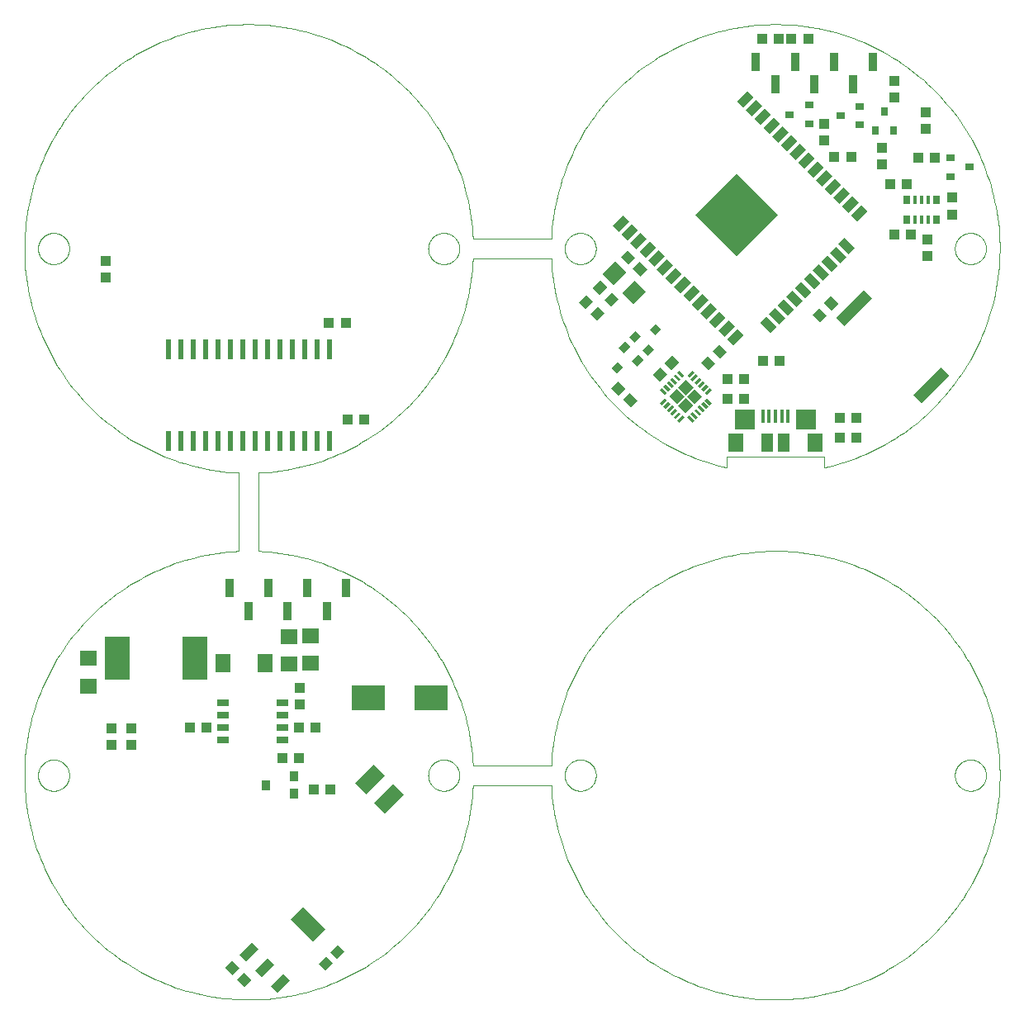
<source format=gtp>
G75*
%MOIN*%
%OFA0B0*%
%FSLAX25Y25*%
%IPPOS*%
%LPD*%
%AMOC8*
5,1,8,0,0,1.08239X$1,22.5*
%
%ADD10C,0.00000*%
%ADD11R,0.03937X0.04331*%
%ADD12R,0.01575X0.05315*%
%ADD13R,0.08268X0.07874*%
%ADD14R,0.04724X0.07480*%
%ADD15R,0.06299X0.07480*%
%ADD16R,0.06299X0.10630*%
%ADD17R,0.07087X0.06299*%
%ADD18R,0.03543X0.04331*%
%ADD19R,0.03543X0.03937*%
%ADD20R,0.06890X0.03740*%
%ADD21R,0.12598X0.06890*%
%ADD22R,0.03504X0.07283*%
%ADD23R,0.04331X0.03937*%
%ADD24R,0.03150X0.03543*%
%ADD25R,0.03543X0.05906*%
%ADD26R,0.23622X0.23622*%
%ADD27R,0.10236X0.17717*%
%ADD28R,0.05000X0.02835*%
%ADD29R,0.07098X0.06299*%
%ADD30R,0.02953X0.01181*%
%ADD31R,0.04331X0.04331*%
%ADD32R,0.06299X0.07087*%
%ADD33R,0.04724X0.15748*%
%ADD34R,0.13780X0.09843*%
%ADD35R,0.02362X0.07874*%
%ADD36R,0.03543X0.03150*%
%ADD37R,0.01575X0.03543*%
%ADD38R,0.02756X0.03543*%
D10*
X0050350Y0092616D02*
X0050352Y0092774D01*
X0050358Y0092932D01*
X0050368Y0093090D01*
X0050382Y0093248D01*
X0050400Y0093405D01*
X0050421Y0093562D01*
X0050447Y0093718D01*
X0050477Y0093874D01*
X0050510Y0094029D01*
X0050548Y0094182D01*
X0050589Y0094335D01*
X0050634Y0094487D01*
X0050683Y0094638D01*
X0050736Y0094787D01*
X0050792Y0094935D01*
X0050852Y0095081D01*
X0050916Y0095226D01*
X0050984Y0095369D01*
X0051055Y0095511D01*
X0051129Y0095651D01*
X0051207Y0095788D01*
X0051289Y0095924D01*
X0051373Y0096058D01*
X0051462Y0096189D01*
X0051553Y0096318D01*
X0051648Y0096445D01*
X0051745Y0096570D01*
X0051846Y0096692D01*
X0051950Y0096811D01*
X0052057Y0096928D01*
X0052167Y0097042D01*
X0052280Y0097153D01*
X0052395Y0097262D01*
X0052513Y0097367D01*
X0052634Y0097469D01*
X0052757Y0097569D01*
X0052883Y0097665D01*
X0053011Y0097758D01*
X0053141Y0097848D01*
X0053274Y0097934D01*
X0053409Y0098018D01*
X0053545Y0098097D01*
X0053684Y0098174D01*
X0053825Y0098246D01*
X0053967Y0098316D01*
X0054111Y0098381D01*
X0054257Y0098443D01*
X0054404Y0098501D01*
X0054553Y0098556D01*
X0054703Y0098607D01*
X0054854Y0098654D01*
X0055006Y0098697D01*
X0055159Y0098736D01*
X0055314Y0098772D01*
X0055469Y0098803D01*
X0055625Y0098831D01*
X0055781Y0098855D01*
X0055938Y0098875D01*
X0056096Y0098891D01*
X0056253Y0098903D01*
X0056412Y0098911D01*
X0056570Y0098915D01*
X0056728Y0098915D01*
X0056886Y0098911D01*
X0057045Y0098903D01*
X0057202Y0098891D01*
X0057360Y0098875D01*
X0057517Y0098855D01*
X0057673Y0098831D01*
X0057829Y0098803D01*
X0057984Y0098772D01*
X0058139Y0098736D01*
X0058292Y0098697D01*
X0058444Y0098654D01*
X0058595Y0098607D01*
X0058745Y0098556D01*
X0058894Y0098501D01*
X0059041Y0098443D01*
X0059187Y0098381D01*
X0059331Y0098316D01*
X0059473Y0098246D01*
X0059614Y0098174D01*
X0059753Y0098097D01*
X0059889Y0098018D01*
X0060024Y0097934D01*
X0060157Y0097848D01*
X0060287Y0097758D01*
X0060415Y0097665D01*
X0060541Y0097569D01*
X0060664Y0097469D01*
X0060785Y0097367D01*
X0060903Y0097262D01*
X0061018Y0097153D01*
X0061131Y0097042D01*
X0061241Y0096928D01*
X0061348Y0096811D01*
X0061452Y0096692D01*
X0061553Y0096570D01*
X0061650Y0096445D01*
X0061745Y0096318D01*
X0061836Y0096189D01*
X0061925Y0096058D01*
X0062009Y0095924D01*
X0062091Y0095788D01*
X0062169Y0095651D01*
X0062243Y0095511D01*
X0062314Y0095369D01*
X0062382Y0095226D01*
X0062446Y0095081D01*
X0062506Y0094935D01*
X0062562Y0094787D01*
X0062615Y0094638D01*
X0062664Y0094487D01*
X0062709Y0094335D01*
X0062750Y0094182D01*
X0062788Y0094029D01*
X0062821Y0093874D01*
X0062851Y0093718D01*
X0062877Y0093562D01*
X0062898Y0093405D01*
X0062916Y0093248D01*
X0062930Y0093090D01*
X0062940Y0092932D01*
X0062946Y0092774D01*
X0062948Y0092616D01*
X0062946Y0092458D01*
X0062940Y0092300D01*
X0062930Y0092142D01*
X0062916Y0091984D01*
X0062898Y0091827D01*
X0062877Y0091670D01*
X0062851Y0091514D01*
X0062821Y0091358D01*
X0062788Y0091203D01*
X0062750Y0091050D01*
X0062709Y0090897D01*
X0062664Y0090745D01*
X0062615Y0090594D01*
X0062562Y0090445D01*
X0062506Y0090297D01*
X0062446Y0090151D01*
X0062382Y0090006D01*
X0062314Y0089863D01*
X0062243Y0089721D01*
X0062169Y0089581D01*
X0062091Y0089444D01*
X0062009Y0089308D01*
X0061925Y0089174D01*
X0061836Y0089043D01*
X0061745Y0088914D01*
X0061650Y0088787D01*
X0061553Y0088662D01*
X0061452Y0088540D01*
X0061348Y0088421D01*
X0061241Y0088304D01*
X0061131Y0088190D01*
X0061018Y0088079D01*
X0060903Y0087970D01*
X0060785Y0087865D01*
X0060664Y0087763D01*
X0060541Y0087663D01*
X0060415Y0087567D01*
X0060287Y0087474D01*
X0060157Y0087384D01*
X0060024Y0087298D01*
X0059889Y0087214D01*
X0059753Y0087135D01*
X0059614Y0087058D01*
X0059473Y0086986D01*
X0059331Y0086916D01*
X0059187Y0086851D01*
X0059041Y0086789D01*
X0058894Y0086731D01*
X0058745Y0086676D01*
X0058595Y0086625D01*
X0058444Y0086578D01*
X0058292Y0086535D01*
X0058139Y0086496D01*
X0057984Y0086460D01*
X0057829Y0086429D01*
X0057673Y0086401D01*
X0057517Y0086377D01*
X0057360Y0086357D01*
X0057202Y0086341D01*
X0057045Y0086329D01*
X0056886Y0086321D01*
X0056728Y0086317D01*
X0056570Y0086317D01*
X0056412Y0086321D01*
X0056253Y0086329D01*
X0056096Y0086341D01*
X0055938Y0086357D01*
X0055781Y0086377D01*
X0055625Y0086401D01*
X0055469Y0086429D01*
X0055314Y0086460D01*
X0055159Y0086496D01*
X0055006Y0086535D01*
X0054854Y0086578D01*
X0054703Y0086625D01*
X0054553Y0086676D01*
X0054404Y0086731D01*
X0054257Y0086789D01*
X0054111Y0086851D01*
X0053967Y0086916D01*
X0053825Y0086986D01*
X0053684Y0087058D01*
X0053545Y0087135D01*
X0053409Y0087214D01*
X0053274Y0087298D01*
X0053141Y0087384D01*
X0053011Y0087474D01*
X0052883Y0087567D01*
X0052757Y0087663D01*
X0052634Y0087763D01*
X0052513Y0087865D01*
X0052395Y0087970D01*
X0052280Y0088079D01*
X0052167Y0088190D01*
X0052057Y0088304D01*
X0051950Y0088421D01*
X0051846Y0088540D01*
X0051745Y0088662D01*
X0051648Y0088787D01*
X0051553Y0088914D01*
X0051462Y0089043D01*
X0051373Y0089174D01*
X0051289Y0089308D01*
X0051207Y0089444D01*
X0051129Y0089581D01*
X0051055Y0089721D01*
X0050984Y0089863D01*
X0050916Y0090006D01*
X0050852Y0090151D01*
X0050792Y0090297D01*
X0050736Y0090445D01*
X0050683Y0090594D01*
X0050634Y0090745D01*
X0050589Y0090897D01*
X0050548Y0091050D01*
X0050510Y0091203D01*
X0050477Y0091358D01*
X0050447Y0091514D01*
X0050421Y0091670D01*
X0050400Y0091827D01*
X0050382Y0091984D01*
X0050368Y0092142D01*
X0050358Y0092300D01*
X0050352Y0092458D01*
X0050350Y0092616D01*
X0139326Y0183081D02*
X0141525Y0182959D01*
X0143721Y0182783D01*
X0145911Y0182554D01*
X0148096Y0182271D01*
X0150273Y0181935D01*
X0152441Y0181547D01*
X0154599Y0181106D01*
X0156745Y0180613D01*
X0158879Y0180067D01*
X0160999Y0179470D01*
X0163104Y0178821D01*
X0165193Y0178122D01*
X0167264Y0177372D01*
X0169316Y0176571D01*
X0171348Y0175721D01*
X0173358Y0174822D01*
X0175346Y0173874D01*
X0177311Y0172878D01*
X0179251Y0171835D01*
X0181165Y0170745D01*
X0183051Y0169608D01*
X0184910Y0168426D01*
X0186739Y0167199D01*
X0188538Y0165928D01*
X0190305Y0164614D01*
X0192040Y0163257D01*
X0193742Y0161858D01*
X0195409Y0160418D01*
X0197040Y0158938D01*
X0198635Y0157419D01*
X0200192Y0155862D01*
X0201711Y0154267D01*
X0203191Y0152636D01*
X0204631Y0150969D01*
X0206030Y0149267D01*
X0207387Y0147532D01*
X0208701Y0145765D01*
X0209972Y0143966D01*
X0211199Y0142137D01*
X0212381Y0140278D01*
X0213518Y0138392D01*
X0214608Y0136478D01*
X0215651Y0134538D01*
X0216647Y0132573D01*
X0217595Y0130585D01*
X0218494Y0128575D01*
X0219344Y0126543D01*
X0220145Y0124491D01*
X0220895Y0122420D01*
X0221594Y0120331D01*
X0222243Y0118226D01*
X0222840Y0116106D01*
X0223386Y0113972D01*
X0223879Y0111826D01*
X0224320Y0109668D01*
X0224708Y0107500D01*
X0225044Y0105323D01*
X0225327Y0103138D01*
X0225556Y0100948D01*
X0225732Y0098752D01*
X0225854Y0096553D01*
X0225855Y0096554D02*
X0257522Y0096554D01*
X0257522Y0088679D02*
X0225855Y0088679D01*
X0207830Y0092616D02*
X0207832Y0092774D01*
X0207838Y0092932D01*
X0207848Y0093090D01*
X0207862Y0093248D01*
X0207880Y0093405D01*
X0207901Y0093562D01*
X0207927Y0093718D01*
X0207957Y0093874D01*
X0207990Y0094029D01*
X0208028Y0094182D01*
X0208069Y0094335D01*
X0208114Y0094487D01*
X0208163Y0094638D01*
X0208216Y0094787D01*
X0208272Y0094935D01*
X0208332Y0095081D01*
X0208396Y0095226D01*
X0208464Y0095369D01*
X0208535Y0095511D01*
X0208609Y0095651D01*
X0208687Y0095788D01*
X0208769Y0095924D01*
X0208853Y0096058D01*
X0208942Y0096189D01*
X0209033Y0096318D01*
X0209128Y0096445D01*
X0209225Y0096570D01*
X0209326Y0096692D01*
X0209430Y0096811D01*
X0209537Y0096928D01*
X0209647Y0097042D01*
X0209760Y0097153D01*
X0209875Y0097262D01*
X0209993Y0097367D01*
X0210114Y0097469D01*
X0210237Y0097569D01*
X0210363Y0097665D01*
X0210491Y0097758D01*
X0210621Y0097848D01*
X0210754Y0097934D01*
X0210889Y0098018D01*
X0211025Y0098097D01*
X0211164Y0098174D01*
X0211305Y0098246D01*
X0211447Y0098316D01*
X0211591Y0098381D01*
X0211737Y0098443D01*
X0211884Y0098501D01*
X0212033Y0098556D01*
X0212183Y0098607D01*
X0212334Y0098654D01*
X0212486Y0098697D01*
X0212639Y0098736D01*
X0212794Y0098772D01*
X0212949Y0098803D01*
X0213105Y0098831D01*
X0213261Y0098855D01*
X0213418Y0098875D01*
X0213576Y0098891D01*
X0213733Y0098903D01*
X0213892Y0098911D01*
X0214050Y0098915D01*
X0214208Y0098915D01*
X0214366Y0098911D01*
X0214525Y0098903D01*
X0214682Y0098891D01*
X0214840Y0098875D01*
X0214997Y0098855D01*
X0215153Y0098831D01*
X0215309Y0098803D01*
X0215464Y0098772D01*
X0215619Y0098736D01*
X0215772Y0098697D01*
X0215924Y0098654D01*
X0216075Y0098607D01*
X0216225Y0098556D01*
X0216374Y0098501D01*
X0216521Y0098443D01*
X0216667Y0098381D01*
X0216811Y0098316D01*
X0216953Y0098246D01*
X0217094Y0098174D01*
X0217233Y0098097D01*
X0217369Y0098018D01*
X0217504Y0097934D01*
X0217637Y0097848D01*
X0217767Y0097758D01*
X0217895Y0097665D01*
X0218021Y0097569D01*
X0218144Y0097469D01*
X0218265Y0097367D01*
X0218383Y0097262D01*
X0218498Y0097153D01*
X0218611Y0097042D01*
X0218721Y0096928D01*
X0218828Y0096811D01*
X0218932Y0096692D01*
X0219033Y0096570D01*
X0219130Y0096445D01*
X0219225Y0096318D01*
X0219316Y0096189D01*
X0219405Y0096058D01*
X0219489Y0095924D01*
X0219571Y0095788D01*
X0219649Y0095651D01*
X0219723Y0095511D01*
X0219794Y0095369D01*
X0219862Y0095226D01*
X0219926Y0095081D01*
X0219986Y0094935D01*
X0220042Y0094787D01*
X0220095Y0094638D01*
X0220144Y0094487D01*
X0220189Y0094335D01*
X0220230Y0094182D01*
X0220268Y0094029D01*
X0220301Y0093874D01*
X0220331Y0093718D01*
X0220357Y0093562D01*
X0220378Y0093405D01*
X0220396Y0093248D01*
X0220410Y0093090D01*
X0220420Y0092932D01*
X0220426Y0092774D01*
X0220428Y0092616D01*
X0220426Y0092458D01*
X0220420Y0092300D01*
X0220410Y0092142D01*
X0220396Y0091984D01*
X0220378Y0091827D01*
X0220357Y0091670D01*
X0220331Y0091514D01*
X0220301Y0091358D01*
X0220268Y0091203D01*
X0220230Y0091050D01*
X0220189Y0090897D01*
X0220144Y0090745D01*
X0220095Y0090594D01*
X0220042Y0090445D01*
X0219986Y0090297D01*
X0219926Y0090151D01*
X0219862Y0090006D01*
X0219794Y0089863D01*
X0219723Y0089721D01*
X0219649Y0089581D01*
X0219571Y0089444D01*
X0219489Y0089308D01*
X0219405Y0089174D01*
X0219316Y0089043D01*
X0219225Y0088914D01*
X0219130Y0088787D01*
X0219033Y0088662D01*
X0218932Y0088540D01*
X0218828Y0088421D01*
X0218721Y0088304D01*
X0218611Y0088190D01*
X0218498Y0088079D01*
X0218383Y0087970D01*
X0218265Y0087865D01*
X0218144Y0087763D01*
X0218021Y0087663D01*
X0217895Y0087567D01*
X0217767Y0087474D01*
X0217637Y0087384D01*
X0217504Y0087298D01*
X0217369Y0087214D01*
X0217233Y0087135D01*
X0217094Y0087058D01*
X0216953Y0086986D01*
X0216811Y0086916D01*
X0216667Y0086851D01*
X0216521Y0086789D01*
X0216374Y0086731D01*
X0216225Y0086676D01*
X0216075Y0086625D01*
X0215924Y0086578D01*
X0215772Y0086535D01*
X0215619Y0086496D01*
X0215464Y0086460D01*
X0215309Y0086429D01*
X0215153Y0086401D01*
X0214997Y0086377D01*
X0214840Y0086357D01*
X0214682Y0086341D01*
X0214525Y0086329D01*
X0214366Y0086321D01*
X0214208Y0086317D01*
X0214050Y0086317D01*
X0213892Y0086321D01*
X0213733Y0086329D01*
X0213576Y0086341D01*
X0213418Y0086357D01*
X0213261Y0086377D01*
X0213105Y0086401D01*
X0212949Y0086429D01*
X0212794Y0086460D01*
X0212639Y0086496D01*
X0212486Y0086535D01*
X0212334Y0086578D01*
X0212183Y0086625D01*
X0212033Y0086676D01*
X0211884Y0086731D01*
X0211737Y0086789D01*
X0211591Y0086851D01*
X0211447Y0086916D01*
X0211305Y0086986D01*
X0211164Y0087058D01*
X0211025Y0087135D01*
X0210889Y0087214D01*
X0210754Y0087298D01*
X0210621Y0087384D01*
X0210491Y0087474D01*
X0210363Y0087567D01*
X0210237Y0087663D01*
X0210114Y0087763D01*
X0209993Y0087865D01*
X0209875Y0087970D01*
X0209760Y0088079D01*
X0209647Y0088190D01*
X0209537Y0088304D01*
X0209430Y0088421D01*
X0209326Y0088540D01*
X0209225Y0088662D01*
X0209128Y0088787D01*
X0209033Y0088914D01*
X0208942Y0089043D01*
X0208853Y0089174D01*
X0208769Y0089308D01*
X0208687Y0089444D01*
X0208609Y0089581D01*
X0208535Y0089721D01*
X0208464Y0089863D01*
X0208396Y0090006D01*
X0208332Y0090151D01*
X0208272Y0090297D01*
X0208216Y0090445D01*
X0208163Y0090594D01*
X0208114Y0090745D01*
X0208069Y0090897D01*
X0208028Y0091050D01*
X0207990Y0091203D01*
X0207957Y0091358D01*
X0207927Y0091514D01*
X0207901Y0091670D01*
X0207880Y0091827D01*
X0207862Y0091984D01*
X0207848Y0092142D01*
X0207838Y0092300D01*
X0207832Y0092458D01*
X0207830Y0092616D01*
X0262948Y0092616D02*
X0262950Y0092774D01*
X0262956Y0092932D01*
X0262966Y0093090D01*
X0262980Y0093248D01*
X0262998Y0093405D01*
X0263019Y0093562D01*
X0263045Y0093718D01*
X0263075Y0093874D01*
X0263108Y0094029D01*
X0263146Y0094182D01*
X0263187Y0094335D01*
X0263232Y0094487D01*
X0263281Y0094638D01*
X0263334Y0094787D01*
X0263390Y0094935D01*
X0263450Y0095081D01*
X0263514Y0095226D01*
X0263582Y0095369D01*
X0263653Y0095511D01*
X0263727Y0095651D01*
X0263805Y0095788D01*
X0263887Y0095924D01*
X0263971Y0096058D01*
X0264060Y0096189D01*
X0264151Y0096318D01*
X0264246Y0096445D01*
X0264343Y0096570D01*
X0264444Y0096692D01*
X0264548Y0096811D01*
X0264655Y0096928D01*
X0264765Y0097042D01*
X0264878Y0097153D01*
X0264993Y0097262D01*
X0265111Y0097367D01*
X0265232Y0097469D01*
X0265355Y0097569D01*
X0265481Y0097665D01*
X0265609Y0097758D01*
X0265739Y0097848D01*
X0265872Y0097934D01*
X0266007Y0098018D01*
X0266143Y0098097D01*
X0266282Y0098174D01*
X0266423Y0098246D01*
X0266565Y0098316D01*
X0266709Y0098381D01*
X0266855Y0098443D01*
X0267002Y0098501D01*
X0267151Y0098556D01*
X0267301Y0098607D01*
X0267452Y0098654D01*
X0267604Y0098697D01*
X0267757Y0098736D01*
X0267912Y0098772D01*
X0268067Y0098803D01*
X0268223Y0098831D01*
X0268379Y0098855D01*
X0268536Y0098875D01*
X0268694Y0098891D01*
X0268851Y0098903D01*
X0269010Y0098911D01*
X0269168Y0098915D01*
X0269326Y0098915D01*
X0269484Y0098911D01*
X0269643Y0098903D01*
X0269800Y0098891D01*
X0269958Y0098875D01*
X0270115Y0098855D01*
X0270271Y0098831D01*
X0270427Y0098803D01*
X0270582Y0098772D01*
X0270737Y0098736D01*
X0270890Y0098697D01*
X0271042Y0098654D01*
X0271193Y0098607D01*
X0271343Y0098556D01*
X0271492Y0098501D01*
X0271639Y0098443D01*
X0271785Y0098381D01*
X0271929Y0098316D01*
X0272071Y0098246D01*
X0272212Y0098174D01*
X0272351Y0098097D01*
X0272487Y0098018D01*
X0272622Y0097934D01*
X0272755Y0097848D01*
X0272885Y0097758D01*
X0273013Y0097665D01*
X0273139Y0097569D01*
X0273262Y0097469D01*
X0273383Y0097367D01*
X0273501Y0097262D01*
X0273616Y0097153D01*
X0273729Y0097042D01*
X0273839Y0096928D01*
X0273946Y0096811D01*
X0274050Y0096692D01*
X0274151Y0096570D01*
X0274248Y0096445D01*
X0274343Y0096318D01*
X0274434Y0096189D01*
X0274523Y0096058D01*
X0274607Y0095924D01*
X0274689Y0095788D01*
X0274767Y0095651D01*
X0274841Y0095511D01*
X0274912Y0095369D01*
X0274980Y0095226D01*
X0275044Y0095081D01*
X0275104Y0094935D01*
X0275160Y0094787D01*
X0275213Y0094638D01*
X0275262Y0094487D01*
X0275307Y0094335D01*
X0275348Y0094182D01*
X0275386Y0094029D01*
X0275419Y0093874D01*
X0275449Y0093718D01*
X0275475Y0093562D01*
X0275496Y0093405D01*
X0275514Y0093248D01*
X0275528Y0093090D01*
X0275538Y0092932D01*
X0275544Y0092774D01*
X0275546Y0092616D01*
X0275544Y0092458D01*
X0275538Y0092300D01*
X0275528Y0092142D01*
X0275514Y0091984D01*
X0275496Y0091827D01*
X0275475Y0091670D01*
X0275449Y0091514D01*
X0275419Y0091358D01*
X0275386Y0091203D01*
X0275348Y0091050D01*
X0275307Y0090897D01*
X0275262Y0090745D01*
X0275213Y0090594D01*
X0275160Y0090445D01*
X0275104Y0090297D01*
X0275044Y0090151D01*
X0274980Y0090006D01*
X0274912Y0089863D01*
X0274841Y0089721D01*
X0274767Y0089581D01*
X0274689Y0089444D01*
X0274607Y0089308D01*
X0274523Y0089174D01*
X0274434Y0089043D01*
X0274343Y0088914D01*
X0274248Y0088787D01*
X0274151Y0088662D01*
X0274050Y0088540D01*
X0273946Y0088421D01*
X0273839Y0088304D01*
X0273729Y0088190D01*
X0273616Y0088079D01*
X0273501Y0087970D01*
X0273383Y0087865D01*
X0273262Y0087763D01*
X0273139Y0087663D01*
X0273013Y0087567D01*
X0272885Y0087474D01*
X0272755Y0087384D01*
X0272622Y0087298D01*
X0272487Y0087214D01*
X0272351Y0087135D01*
X0272212Y0087058D01*
X0272071Y0086986D01*
X0271929Y0086916D01*
X0271785Y0086851D01*
X0271639Y0086789D01*
X0271492Y0086731D01*
X0271343Y0086676D01*
X0271193Y0086625D01*
X0271042Y0086578D01*
X0270890Y0086535D01*
X0270737Y0086496D01*
X0270582Y0086460D01*
X0270427Y0086429D01*
X0270271Y0086401D01*
X0270115Y0086377D01*
X0269958Y0086357D01*
X0269800Y0086341D01*
X0269643Y0086329D01*
X0269484Y0086321D01*
X0269326Y0086317D01*
X0269168Y0086317D01*
X0269010Y0086321D01*
X0268851Y0086329D01*
X0268694Y0086341D01*
X0268536Y0086357D01*
X0268379Y0086377D01*
X0268223Y0086401D01*
X0268067Y0086429D01*
X0267912Y0086460D01*
X0267757Y0086496D01*
X0267604Y0086535D01*
X0267452Y0086578D01*
X0267301Y0086625D01*
X0267151Y0086676D01*
X0267002Y0086731D01*
X0266855Y0086789D01*
X0266709Y0086851D01*
X0266565Y0086916D01*
X0266423Y0086986D01*
X0266282Y0087058D01*
X0266143Y0087135D01*
X0266007Y0087214D01*
X0265872Y0087298D01*
X0265739Y0087384D01*
X0265609Y0087474D01*
X0265481Y0087567D01*
X0265355Y0087663D01*
X0265232Y0087763D01*
X0265111Y0087865D01*
X0264993Y0087970D01*
X0264878Y0088079D01*
X0264765Y0088190D01*
X0264655Y0088304D01*
X0264548Y0088421D01*
X0264444Y0088540D01*
X0264343Y0088662D01*
X0264246Y0088787D01*
X0264151Y0088914D01*
X0264060Y0089043D01*
X0263971Y0089174D01*
X0263887Y0089308D01*
X0263805Y0089444D01*
X0263727Y0089581D01*
X0263653Y0089721D01*
X0263582Y0089863D01*
X0263514Y0090006D01*
X0263450Y0090151D01*
X0263390Y0090297D01*
X0263334Y0090445D01*
X0263281Y0090594D01*
X0263232Y0090745D01*
X0263187Y0090897D01*
X0263146Y0091050D01*
X0263108Y0091203D01*
X0263075Y0091358D01*
X0263045Y0091514D01*
X0263019Y0091670D01*
X0262998Y0091827D01*
X0262980Y0091984D01*
X0262966Y0092142D01*
X0262956Y0092300D01*
X0262950Y0092458D01*
X0262948Y0092616D01*
X0257523Y0088679D02*
X0257646Y0086465D01*
X0257824Y0084254D01*
X0258056Y0082049D01*
X0258341Y0079850D01*
X0258681Y0077658D01*
X0259074Y0075476D01*
X0259520Y0073304D01*
X0260020Y0071143D01*
X0260572Y0068995D01*
X0261177Y0066862D01*
X0261833Y0064743D01*
X0262542Y0062642D01*
X0263302Y0060558D01*
X0264112Y0058494D01*
X0264973Y0056450D01*
X0265883Y0054428D01*
X0266843Y0052429D01*
X0267851Y0050454D01*
X0268908Y0048504D01*
X0270012Y0046581D01*
X0271163Y0044685D01*
X0272359Y0042818D01*
X0273602Y0040981D01*
X0274888Y0039175D01*
X0276219Y0037401D01*
X0277593Y0035660D01*
X0279008Y0033953D01*
X0280466Y0032282D01*
X0281963Y0030646D01*
X0283501Y0029048D01*
X0285077Y0027488D01*
X0286691Y0025967D01*
X0288341Y0024486D01*
X0290027Y0023046D01*
X0291748Y0021647D01*
X0293503Y0020291D01*
X0295291Y0018979D01*
X0297110Y0017710D01*
X0298959Y0016487D01*
X0300838Y0015309D01*
X0302746Y0014177D01*
X0304680Y0013093D01*
X0306640Y0012056D01*
X0308626Y0011068D01*
X0310634Y0010128D01*
X0312666Y0009238D01*
X0314718Y0008399D01*
X0316790Y0007609D01*
X0318881Y0006871D01*
X0320990Y0006183D01*
X0323115Y0005548D01*
X0325254Y0004965D01*
X0327407Y0004435D01*
X0329573Y0003957D01*
X0331750Y0003533D01*
X0333936Y0003162D01*
X0336131Y0002845D01*
X0338333Y0002581D01*
X0340540Y0002372D01*
X0342753Y0002216D01*
X0344968Y0002115D01*
X0347185Y0002069D01*
X0349403Y0002076D01*
X0351619Y0002138D01*
X0353834Y0002254D01*
X0356045Y0002424D01*
X0358251Y0002649D01*
X0360451Y0002927D01*
X0362644Y0003259D01*
X0364828Y0003645D01*
X0367002Y0004084D01*
X0369164Y0004576D01*
X0371313Y0005121D01*
X0373449Y0005718D01*
X0375569Y0006368D01*
X0377673Y0007069D01*
X0379759Y0007822D01*
X0381826Y0008625D01*
X0383873Y0009479D01*
X0385898Y0010383D01*
X0387900Y0011336D01*
X0389879Y0012338D01*
X0391832Y0013387D01*
X0393759Y0014485D01*
X0395659Y0015629D01*
X0397530Y0016820D01*
X0399371Y0018056D01*
X0401182Y0019336D01*
X0402960Y0020661D01*
X0404706Y0022029D01*
X0406417Y0023439D01*
X0408094Y0024890D01*
X0409734Y0026382D01*
X0411338Y0027914D01*
X0412903Y0029485D01*
X0414430Y0031094D01*
X0415916Y0032739D01*
X0417362Y0034421D01*
X0418767Y0036137D01*
X0420128Y0037887D01*
X0421447Y0039670D01*
X0422722Y0041485D01*
X0423951Y0043330D01*
X0425135Y0045205D01*
X0426273Y0047109D01*
X0427364Y0049040D01*
X0428408Y0050997D01*
X0429403Y0052978D01*
X0430349Y0054984D01*
X0431246Y0057012D01*
X0432093Y0059062D01*
X0432889Y0061131D01*
X0433635Y0063220D01*
X0434329Y0065326D01*
X0434971Y0067449D01*
X0435561Y0069586D01*
X0436099Y0071738D01*
X0436584Y0073902D01*
X0437016Y0076077D01*
X0437394Y0078262D01*
X0437719Y0080456D01*
X0437990Y0082657D01*
X0438207Y0084864D01*
X0438369Y0087075D01*
X0438478Y0089290D01*
X0438532Y0091507D01*
X0438532Y0093725D01*
X0438478Y0095942D01*
X0438369Y0098157D01*
X0438207Y0100368D01*
X0437990Y0102575D01*
X0437719Y0104776D01*
X0437394Y0106970D01*
X0437016Y0109155D01*
X0436584Y0111330D01*
X0436099Y0113494D01*
X0435561Y0115646D01*
X0434971Y0117783D01*
X0434329Y0119906D01*
X0433635Y0122012D01*
X0432889Y0124101D01*
X0432093Y0126170D01*
X0431246Y0128220D01*
X0430349Y0130248D01*
X0429403Y0132254D01*
X0428408Y0134235D01*
X0427364Y0136192D01*
X0426273Y0138123D01*
X0425135Y0140027D01*
X0423951Y0141902D01*
X0422722Y0143747D01*
X0421447Y0145562D01*
X0420128Y0147345D01*
X0418767Y0149095D01*
X0417362Y0150811D01*
X0415916Y0152493D01*
X0414430Y0154138D01*
X0412903Y0155747D01*
X0411338Y0157318D01*
X0409734Y0158850D01*
X0408094Y0160342D01*
X0406417Y0161793D01*
X0404706Y0163203D01*
X0402960Y0164571D01*
X0401182Y0165896D01*
X0399371Y0167176D01*
X0397530Y0168412D01*
X0395659Y0169603D01*
X0393759Y0170747D01*
X0391832Y0171845D01*
X0389879Y0172894D01*
X0387900Y0173896D01*
X0385898Y0174849D01*
X0383873Y0175753D01*
X0381826Y0176607D01*
X0379759Y0177410D01*
X0377673Y0178163D01*
X0375569Y0178864D01*
X0373449Y0179514D01*
X0371313Y0180111D01*
X0369164Y0180656D01*
X0367002Y0181148D01*
X0364828Y0181587D01*
X0362644Y0181973D01*
X0360451Y0182305D01*
X0358251Y0182583D01*
X0356045Y0182808D01*
X0353834Y0182978D01*
X0351619Y0183094D01*
X0349403Y0183156D01*
X0347185Y0183163D01*
X0344968Y0183117D01*
X0342753Y0183016D01*
X0340540Y0182860D01*
X0338333Y0182651D01*
X0336131Y0182387D01*
X0333936Y0182070D01*
X0331750Y0181699D01*
X0329573Y0181275D01*
X0327407Y0180797D01*
X0325254Y0180267D01*
X0323115Y0179684D01*
X0320990Y0179049D01*
X0318881Y0178361D01*
X0316790Y0177623D01*
X0314718Y0176833D01*
X0312666Y0175994D01*
X0310634Y0175104D01*
X0308626Y0174164D01*
X0306640Y0173176D01*
X0304680Y0172139D01*
X0302746Y0171055D01*
X0300838Y0169923D01*
X0298959Y0168745D01*
X0297110Y0167522D01*
X0295291Y0166253D01*
X0293503Y0164941D01*
X0291748Y0163585D01*
X0290027Y0162186D01*
X0288341Y0160746D01*
X0286691Y0159265D01*
X0285077Y0157744D01*
X0283501Y0156184D01*
X0281963Y0154586D01*
X0280466Y0152950D01*
X0279008Y0151279D01*
X0277593Y0149572D01*
X0276219Y0147831D01*
X0274888Y0146057D01*
X0273602Y0144251D01*
X0272359Y0142414D01*
X0271163Y0140547D01*
X0270012Y0138651D01*
X0268908Y0136728D01*
X0267851Y0134778D01*
X0266843Y0132803D01*
X0265883Y0130804D01*
X0264973Y0128782D01*
X0264112Y0126738D01*
X0263302Y0124674D01*
X0262542Y0122590D01*
X0261833Y0120489D01*
X0261177Y0118370D01*
X0260572Y0116237D01*
X0260020Y0114089D01*
X0259520Y0111928D01*
X0259074Y0109756D01*
X0258681Y0107574D01*
X0258341Y0105382D01*
X0258056Y0103183D01*
X0257824Y0100978D01*
X0257646Y0098767D01*
X0257523Y0096553D01*
X0139326Y0183082D02*
X0139326Y0214750D01*
X0131452Y0214750D02*
X0131452Y0183082D01*
X0131452Y0183081D02*
X0129239Y0182958D01*
X0127031Y0182780D01*
X0124827Y0182549D01*
X0122629Y0182263D01*
X0120439Y0181924D01*
X0118258Y0181532D01*
X0116088Y0181086D01*
X0113928Y0180587D01*
X0111782Y0180036D01*
X0109650Y0179432D01*
X0107533Y0178776D01*
X0105433Y0178069D01*
X0103351Y0177310D01*
X0101288Y0176501D01*
X0099246Y0175641D01*
X0097225Y0174732D01*
X0095227Y0173773D01*
X0093253Y0172766D01*
X0091304Y0171711D01*
X0089382Y0170609D01*
X0087487Y0169459D01*
X0085621Y0168264D01*
X0083785Y0167024D01*
X0081980Y0165739D01*
X0080206Y0164410D01*
X0078466Y0163038D01*
X0076760Y0161624D01*
X0075089Y0160168D01*
X0073454Y0158673D01*
X0071856Y0157137D01*
X0070296Y0155563D01*
X0068775Y0153952D01*
X0067294Y0152303D01*
X0065854Y0150619D01*
X0064455Y0148900D01*
X0063099Y0147147D01*
X0061786Y0145362D01*
X0060518Y0143545D01*
X0059294Y0141698D01*
X0058116Y0139821D01*
X0056984Y0137916D01*
X0055899Y0135984D01*
X0054861Y0134026D01*
X0053872Y0132043D01*
X0052932Y0130036D01*
X0052041Y0128007D01*
X0051199Y0125957D01*
X0050409Y0123887D01*
X0049669Y0121798D01*
X0048981Y0119691D01*
X0048344Y0117569D01*
X0047759Y0115431D01*
X0047227Y0113280D01*
X0046748Y0111117D01*
X0046322Y0108942D01*
X0045949Y0106758D01*
X0045630Y0104565D01*
X0045364Y0102365D01*
X0045153Y0100159D01*
X0044995Y0097948D01*
X0044892Y0095735D01*
X0044843Y0093519D01*
X0044848Y0091303D01*
X0044907Y0089088D01*
X0045020Y0086875D01*
X0045188Y0084665D01*
X0045409Y0082460D01*
X0045685Y0080262D01*
X0046014Y0078070D01*
X0046397Y0075887D01*
X0046833Y0073715D01*
X0047322Y0071553D01*
X0047863Y0069405D01*
X0048458Y0067270D01*
X0049104Y0065150D01*
X0049802Y0063047D01*
X0050551Y0060961D01*
X0051351Y0058895D01*
X0052201Y0056849D01*
X0053102Y0054824D01*
X0054051Y0052821D01*
X0055049Y0050843D01*
X0056095Y0048889D01*
X0057189Y0046962D01*
X0058330Y0045062D01*
X0059517Y0043191D01*
X0060749Y0041349D01*
X0062026Y0039538D01*
X0063346Y0037758D01*
X0064710Y0036012D01*
X0066117Y0034299D01*
X0067565Y0032622D01*
X0069053Y0030980D01*
X0070581Y0029375D01*
X0072148Y0027808D01*
X0073753Y0026280D01*
X0075395Y0024792D01*
X0077072Y0023344D01*
X0078785Y0021937D01*
X0080531Y0020573D01*
X0082311Y0019253D01*
X0084122Y0017976D01*
X0085964Y0016744D01*
X0087835Y0015557D01*
X0089735Y0014416D01*
X0091662Y0013322D01*
X0093616Y0012276D01*
X0095594Y0011278D01*
X0097597Y0010329D01*
X0099622Y0009428D01*
X0101668Y0008578D01*
X0103734Y0007778D01*
X0105820Y0007029D01*
X0107923Y0006331D01*
X0110043Y0005685D01*
X0112178Y0005090D01*
X0114326Y0004549D01*
X0116488Y0004060D01*
X0118660Y0003624D01*
X0120843Y0003241D01*
X0123035Y0002912D01*
X0125233Y0002636D01*
X0127438Y0002415D01*
X0129648Y0002247D01*
X0131861Y0002134D01*
X0134076Y0002075D01*
X0136292Y0002070D01*
X0138508Y0002119D01*
X0140721Y0002222D01*
X0142932Y0002380D01*
X0145138Y0002591D01*
X0147338Y0002857D01*
X0149531Y0003176D01*
X0151715Y0003549D01*
X0153890Y0003975D01*
X0156053Y0004454D01*
X0158204Y0004986D01*
X0160342Y0005571D01*
X0162464Y0006208D01*
X0164571Y0006896D01*
X0166660Y0007636D01*
X0168730Y0008426D01*
X0170780Y0009268D01*
X0172809Y0010159D01*
X0174816Y0011099D01*
X0176799Y0012088D01*
X0178757Y0013126D01*
X0180689Y0014211D01*
X0182594Y0015343D01*
X0184471Y0016521D01*
X0186318Y0017745D01*
X0188135Y0019013D01*
X0189920Y0020326D01*
X0191673Y0021682D01*
X0193392Y0023081D01*
X0195076Y0024521D01*
X0196725Y0026002D01*
X0198336Y0027523D01*
X0199910Y0029083D01*
X0201446Y0030681D01*
X0202941Y0032316D01*
X0204397Y0033987D01*
X0205811Y0035693D01*
X0207183Y0037433D01*
X0208512Y0039207D01*
X0209797Y0041012D01*
X0211037Y0042848D01*
X0212232Y0044714D01*
X0213382Y0046609D01*
X0214484Y0048531D01*
X0215539Y0050480D01*
X0216546Y0052454D01*
X0217505Y0054452D01*
X0218414Y0056473D01*
X0219274Y0058515D01*
X0220083Y0060578D01*
X0220842Y0062660D01*
X0221549Y0064760D01*
X0222205Y0066877D01*
X0222809Y0069009D01*
X0223360Y0071155D01*
X0223859Y0073315D01*
X0224305Y0075485D01*
X0224697Y0077666D01*
X0225036Y0079856D01*
X0225322Y0082054D01*
X0225553Y0084258D01*
X0225731Y0086466D01*
X0225854Y0088679D01*
X0328302Y0216829D02*
X0328302Y0221357D01*
X0367673Y0221357D01*
X0367673Y0216829D01*
X0328302Y0216830D02*
X0326167Y0217332D01*
X0324044Y0217887D01*
X0321936Y0218492D01*
X0319843Y0219149D01*
X0317767Y0219856D01*
X0315708Y0220613D01*
X0313668Y0221419D01*
X0311648Y0222275D01*
X0309650Y0223180D01*
X0307674Y0224133D01*
X0305722Y0225133D01*
X0303794Y0226180D01*
X0301893Y0227274D01*
X0300018Y0228413D01*
X0298172Y0229598D01*
X0296355Y0230827D01*
X0294568Y0232099D01*
X0292813Y0233415D01*
X0291090Y0234772D01*
X0289400Y0236171D01*
X0287745Y0237610D01*
X0286125Y0239089D01*
X0284542Y0240607D01*
X0282995Y0242163D01*
X0281487Y0243756D01*
X0280018Y0245385D01*
X0278588Y0247049D01*
X0277200Y0248747D01*
X0275853Y0250478D01*
X0274548Y0252241D01*
X0273286Y0254036D01*
X0272069Y0255860D01*
X0270895Y0257714D01*
X0269767Y0259595D01*
X0268685Y0261503D01*
X0267650Y0263437D01*
X0266661Y0265395D01*
X0265721Y0267377D01*
X0264828Y0269381D01*
X0263985Y0271405D01*
X0263190Y0273450D01*
X0262446Y0275514D01*
X0261751Y0277594D01*
X0261108Y0279691D01*
X0260515Y0281803D01*
X0259973Y0283929D01*
X0259484Y0286067D01*
X0259046Y0288217D01*
X0258660Y0290376D01*
X0258327Y0292544D01*
X0258046Y0294720D01*
X0257818Y0296901D01*
X0257644Y0299088D01*
X0257522Y0301278D01*
X0225855Y0301278D01*
X0225855Y0309152D02*
X0257522Y0309152D01*
X0262948Y0305215D02*
X0262950Y0305373D01*
X0262956Y0305531D01*
X0262966Y0305689D01*
X0262980Y0305847D01*
X0262998Y0306004D01*
X0263019Y0306161D01*
X0263045Y0306317D01*
X0263075Y0306473D01*
X0263108Y0306628D01*
X0263146Y0306781D01*
X0263187Y0306934D01*
X0263232Y0307086D01*
X0263281Y0307237D01*
X0263334Y0307386D01*
X0263390Y0307534D01*
X0263450Y0307680D01*
X0263514Y0307825D01*
X0263582Y0307968D01*
X0263653Y0308110D01*
X0263727Y0308250D01*
X0263805Y0308387D01*
X0263887Y0308523D01*
X0263971Y0308657D01*
X0264060Y0308788D01*
X0264151Y0308917D01*
X0264246Y0309044D01*
X0264343Y0309169D01*
X0264444Y0309291D01*
X0264548Y0309410D01*
X0264655Y0309527D01*
X0264765Y0309641D01*
X0264878Y0309752D01*
X0264993Y0309861D01*
X0265111Y0309966D01*
X0265232Y0310068D01*
X0265355Y0310168D01*
X0265481Y0310264D01*
X0265609Y0310357D01*
X0265739Y0310447D01*
X0265872Y0310533D01*
X0266007Y0310617D01*
X0266143Y0310696D01*
X0266282Y0310773D01*
X0266423Y0310845D01*
X0266565Y0310915D01*
X0266709Y0310980D01*
X0266855Y0311042D01*
X0267002Y0311100D01*
X0267151Y0311155D01*
X0267301Y0311206D01*
X0267452Y0311253D01*
X0267604Y0311296D01*
X0267757Y0311335D01*
X0267912Y0311371D01*
X0268067Y0311402D01*
X0268223Y0311430D01*
X0268379Y0311454D01*
X0268536Y0311474D01*
X0268694Y0311490D01*
X0268851Y0311502D01*
X0269010Y0311510D01*
X0269168Y0311514D01*
X0269326Y0311514D01*
X0269484Y0311510D01*
X0269643Y0311502D01*
X0269800Y0311490D01*
X0269958Y0311474D01*
X0270115Y0311454D01*
X0270271Y0311430D01*
X0270427Y0311402D01*
X0270582Y0311371D01*
X0270737Y0311335D01*
X0270890Y0311296D01*
X0271042Y0311253D01*
X0271193Y0311206D01*
X0271343Y0311155D01*
X0271492Y0311100D01*
X0271639Y0311042D01*
X0271785Y0310980D01*
X0271929Y0310915D01*
X0272071Y0310845D01*
X0272212Y0310773D01*
X0272351Y0310696D01*
X0272487Y0310617D01*
X0272622Y0310533D01*
X0272755Y0310447D01*
X0272885Y0310357D01*
X0273013Y0310264D01*
X0273139Y0310168D01*
X0273262Y0310068D01*
X0273383Y0309966D01*
X0273501Y0309861D01*
X0273616Y0309752D01*
X0273729Y0309641D01*
X0273839Y0309527D01*
X0273946Y0309410D01*
X0274050Y0309291D01*
X0274151Y0309169D01*
X0274248Y0309044D01*
X0274343Y0308917D01*
X0274434Y0308788D01*
X0274523Y0308657D01*
X0274607Y0308523D01*
X0274689Y0308387D01*
X0274767Y0308250D01*
X0274841Y0308110D01*
X0274912Y0307968D01*
X0274980Y0307825D01*
X0275044Y0307680D01*
X0275104Y0307534D01*
X0275160Y0307386D01*
X0275213Y0307237D01*
X0275262Y0307086D01*
X0275307Y0306934D01*
X0275348Y0306781D01*
X0275386Y0306628D01*
X0275419Y0306473D01*
X0275449Y0306317D01*
X0275475Y0306161D01*
X0275496Y0306004D01*
X0275514Y0305847D01*
X0275528Y0305689D01*
X0275538Y0305531D01*
X0275544Y0305373D01*
X0275546Y0305215D01*
X0275544Y0305057D01*
X0275538Y0304899D01*
X0275528Y0304741D01*
X0275514Y0304583D01*
X0275496Y0304426D01*
X0275475Y0304269D01*
X0275449Y0304113D01*
X0275419Y0303957D01*
X0275386Y0303802D01*
X0275348Y0303649D01*
X0275307Y0303496D01*
X0275262Y0303344D01*
X0275213Y0303193D01*
X0275160Y0303044D01*
X0275104Y0302896D01*
X0275044Y0302750D01*
X0274980Y0302605D01*
X0274912Y0302462D01*
X0274841Y0302320D01*
X0274767Y0302180D01*
X0274689Y0302043D01*
X0274607Y0301907D01*
X0274523Y0301773D01*
X0274434Y0301642D01*
X0274343Y0301513D01*
X0274248Y0301386D01*
X0274151Y0301261D01*
X0274050Y0301139D01*
X0273946Y0301020D01*
X0273839Y0300903D01*
X0273729Y0300789D01*
X0273616Y0300678D01*
X0273501Y0300569D01*
X0273383Y0300464D01*
X0273262Y0300362D01*
X0273139Y0300262D01*
X0273013Y0300166D01*
X0272885Y0300073D01*
X0272755Y0299983D01*
X0272622Y0299897D01*
X0272487Y0299813D01*
X0272351Y0299734D01*
X0272212Y0299657D01*
X0272071Y0299585D01*
X0271929Y0299515D01*
X0271785Y0299450D01*
X0271639Y0299388D01*
X0271492Y0299330D01*
X0271343Y0299275D01*
X0271193Y0299224D01*
X0271042Y0299177D01*
X0270890Y0299134D01*
X0270737Y0299095D01*
X0270582Y0299059D01*
X0270427Y0299028D01*
X0270271Y0299000D01*
X0270115Y0298976D01*
X0269958Y0298956D01*
X0269800Y0298940D01*
X0269643Y0298928D01*
X0269484Y0298920D01*
X0269326Y0298916D01*
X0269168Y0298916D01*
X0269010Y0298920D01*
X0268851Y0298928D01*
X0268694Y0298940D01*
X0268536Y0298956D01*
X0268379Y0298976D01*
X0268223Y0299000D01*
X0268067Y0299028D01*
X0267912Y0299059D01*
X0267757Y0299095D01*
X0267604Y0299134D01*
X0267452Y0299177D01*
X0267301Y0299224D01*
X0267151Y0299275D01*
X0267002Y0299330D01*
X0266855Y0299388D01*
X0266709Y0299450D01*
X0266565Y0299515D01*
X0266423Y0299585D01*
X0266282Y0299657D01*
X0266143Y0299734D01*
X0266007Y0299813D01*
X0265872Y0299897D01*
X0265739Y0299983D01*
X0265609Y0300073D01*
X0265481Y0300166D01*
X0265355Y0300262D01*
X0265232Y0300362D01*
X0265111Y0300464D01*
X0264993Y0300569D01*
X0264878Y0300678D01*
X0264765Y0300789D01*
X0264655Y0300903D01*
X0264548Y0301020D01*
X0264444Y0301139D01*
X0264343Y0301261D01*
X0264246Y0301386D01*
X0264151Y0301513D01*
X0264060Y0301642D01*
X0263971Y0301773D01*
X0263887Y0301907D01*
X0263805Y0302043D01*
X0263727Y0302180D01*
X0263653Y0302320D01*
X0263582Y0302462D01*
X0263514Y0302605D01*
X0263450Y0302750D01*
X0263390Y0302896D01*
X0263334Y0303044D01*
X0263281Y0303193D01*
X0263232Y0303344D01*
X0263187Y0303496D01*
X0263146Y0303649D01*
X0263108Y0303802D01*
X0263075Y0303957D01*
X0263045Y0304113D01*
X0263019Y0304269D01*
X0262998Y0304426D01*
X0262980Y0304583D01*
X0262966Y0304741D01*
X0262956Y0304899D01*
X0262950Y0305057D01*
X0262948Y0305215D01*
X0207830Y0305215D02*
X0207832Y0305373D01*
X0207838Y0305531D01*
X0207848Y0305689D01*
X0207862Y0305847D01*
X0207880Y0306004D01*
X0207901Y0306161D01*
X0207927Y0306317D01*
X0207957Y0306473D01*
X0207990Y0306628D01*
X0208028Y0306781D01*
X0208069Y0306934D01*
X0208114Y0307086D01*
X0208163Y0307237D01*
X0208216Y0307386D01*
X0208272Y0307534D01*
X0208332Y0307680D01*
X0208396Y0307825D01*
X0208464Y0307968D01*
X0208535Y0308110D01*
X0208609Y0308250D01*
X0208687Y0308387D01*
X0208769Y0308523D01*
X0208853Y0308657D01*
X0208942Y0308788D01*
X0209033Y0308917D01*
X0209128Y0309044D01*
X0209225Y0309169D01*
X0209326Y0309291D01*
X0209430Y0309410D01*
X0209537Y0309527D01*
X0209647Y0309641D01*
X0209760Y0309752D01*
X0209875Y0309861D01*
X0209993Y0309966D01*
X0210114Y0310068D01*
X0210237Y0310168D01*
X0210363Y0310264D01*
X0210491Y0310357D01*
X0210621Y0310447D01*
X0210754Y0310533D01*
X0210889Y0310617D01*
X0211025Y0310696D01*
X0211164Y0310773D01*
X0211305Y0310845D01*
X0211447Y0310915D01*
X0211591Y0310980D01*
X0211737Y0311042D01*
X0211884Y0311100D01*
X0212033Y0311155D01*
X0212183Y0311206D01*
X0212334Y0311253D01*
X0212486Y0311296D01*
X0212639Y0311335D01*
X0212794Y0311371D01*
X0212949Y0311402D01*
X0213105Y0311430D01*
X0213261Y0311454D01*
X0213418Y0311474D01*
X0213576Y0311490D01*
X0213733Y0311502D01*
X0213892Y0311510D01*
X0214050Y0311514D01*
X0214208Y0311514D01*
X0214366Y0311510D01*
X0214525Y0311502D01*
X0214682Y0311490D01*
X0214840Y0311474D01*
X0214997Y0311454D01*
X0215153Y0311430D01*
X0215309Y0311402D01*
X0215464Y0311371D01*
X0215619Y0311335D01*
X0215772Y0311296D01*
X0215924Y0311253D01*
X0216075Y0311206D01*
X0216225Y0311155D01*
X0216374Y0311100D01*
X0216521Y0311042D01*
X0216667Y0310980D01*
X0216811Y0310915D01*
X0216953Y0310845D01*
X0217094Y0310773D01*
X0217233Y0310696D01*
X0217369Y0310617D01*
X0217504Y0310533D01*
X0217637Y0310447D01*
X0217767Y0310357D01*
X0217895Y0310264D01*
X0218021Y0310168D01*
X0218144Y0310068D01*
X0218265Y0309966D01*
X0218383Y0309861D01*
X0218498Y0309752D01*
X0218611Y0309641D01*
X0218721Y0309527D01*
X0218828Y0309410D01*
X0218932Y0309291D01*
X0219033Y0309169D01*
X0219130Y0309044D01*
X0219225Y0308917D01*
X0219316Y0308788D01*
X0219405Y0308657D01*
X0219489Y0308523D01*
X0219571Y0308387D01*
X0219649Y0308250D01*
X0219723Y0308110D01*
X0219794Y0307968D01*
X0219862Y0307825D01*
X0219926Y0307680D01*
X0219986Y0307534D01*
X0220042Y0307386D01*
X0220095Y0307237D01*
X0220144Y0307086D01*
X0220189Y0306934D01*
X0220230Y0306781D01*
X0220268Y0306628D01*
X0220301Y0306473D01*
X0220331Y0306317D01*
X0220357Y0306161D01*
X0220378Y0306004D01*
X0220396Y0305847D01*
X0220410Y0305689D01*
X0220420Y0305531D01*
X0220426Y0305373D01*
X0220428Y0305215D01*
X0220426Y0305057D01*
X0220420Y0304899D01*
X0220410Y0304741D01*
X0220396Y0304583D01*
X0220378Y0304426D01*
X0220357Y0304269D01*
X0220331Y0304113D01*
X0220301Y0303957D01*
X0220268Y0303802D01*
X0220230Y0303649D01*
X0220189Y0303496D01*
X0220144Y0303344D01*
X0220095Y0303193D01*
X0220042Y0303044D01*
X0219986Y0302896D01*
X0219926Y0302750D01*
X0219862Y0302605D01*
X0219794Y0302462D01*
X0219723Y0302320D01*
X0219649Y0302180D01*
X0219571Y0302043D01*
X0219489Y0301907D01*
X0219405Y0301773D01*
X0219316Y0301642D01*
X0219225Y0301513D01*
X0219130Y0301386D01*
X0219033Y0301261D01*
X0218932Y0301139D01*
X0218828Y0301020D01*
X0218721Y0300903D01*
X0218611Y0300789D01*
X0218498Y0300678D01*
X0218383Y0300569D01*
X0218265Y0300464D01*
X0218144Y0300362D01*
X0218021Y0300262D01*
X0217895Y0300166D01*
X0217767Y0300073D01*
X0217637Y0299983D01*
X0217504Y0299897D01*
X0217369Y0299813D01*
X0217233Y0299734D01*
X0217094Y0299657D01*
X0216953Y0299585D01*
X0216811Y0299515D01*
X0216667Y0299450D01*
X0216521Y0299388D01*
X0216374Y0299330D01*
X0216225Y0299275D01*
X0216075Y0299224D01*
X0215924Y0299177D01*
X0215772Y0299134D01*
X0215619Y0299095D01*
X0215464Y0299059D01*
X0215309Y0299028D01*
X0215153Y0299000D01*
X0214997Y0298976D01*
X0214840Y0298956D01*
X0214682Y0298940D01*
X0214525Y0298928D01*
X0214366Y0298920D01*
X0214208Y0298916D01*
X0214050Y0298916D01*
X0213892Y0298920D01*
X0213733Y0298928D01*
X0213576Y0298940D01*
X0213418Y0298956D01*
X0213261Y0298976D01*
X0213105Y0299000D01*
X0212949Y0299028D01*
X0212794Y0299059D01*
X0212639Y0299095D01*
X0212486Y0299134D01*
X0212334Y0299177D01*
X0212183Y0299224D01*
X0212033Y0299275D01*
X0211884Y0299330D01*
X0211737Y0299388D01*
X0211591Y0299450D01*
X0211447Y0299515D01*
X0211305Y0299585D01*
X0211164Y0299657D01*
X0211025Y0299734D01*
X0210889Y0299813D01*
X0210754Y0299897D01*
X0210621Y0299983D01*
X0210491Y0300073D01*
X0210363Y0300166D01*
X0210237Y0300262D01*
X0210114Y0300362D01*
X0209993Y0300464D01*
X0209875Y0300569D01*
X0209760Y0300678D01*
X0209647Y0300789D01*
X0209537Y0300903D01*
X0209430Y0301020D01*
X0209326Y0301139D01*
X0209225Y0301261D01*
X0209128Y0301386D01*
X0209033Y0301513D01*
X0208942Y0301642D01*
X0208853Y0301773D01*
X0208769Y0301907D01*
X0208687Y0302043D01*
X0208609Y0302180D01*
X0208535Y0302320D01*
X0208464Y0302462D01*
X0208396Y0302605D01*
X0208332Y0302750D01*
X0208272Y0302896D01*
X0208216Y0303044D01*
X0208163Y0303193D01*
X0208114Y0303344D01*
X0208069Y0303496D01*
X0208028Y0303649D01*
X0207990Y0303802D01*
X0207957Y0303957D01*
X0207927Y0304113D01*
X0207901Y0304269D01*
X0207880Y0304426D01*
X0207862Y0304583D01*
X0207848Y0304741D01*
X0207838Y0304899D01*
X0207832Y0305057D01*
X0207830Y0305215D01*
X0225854Y0301278D02*
X0225732Y0299079D01*
X0225556Y0296883D01*
X0225327Y0294692D01*
X0225044Y0292508D01*
X0224708Y0290331D01*
X0224320Y0288163D01*
X0223879Y0286005D01*
X0223386Y0283859D01*
X0222840Y0281725D01*
X0222243Y0279605D01*
X0221594Y0277500D01*
X0220895Y0275411D01*
X0220144Y0273340D01*
X0219344Y0271288D01*
X0218494Y0269256D01*
X0217595Y0267246D01*
X0216647Y0265257D01*
X0215651Y0263293D01*
X0214608Y0261353D01*
X0213517Y0259439D01*
X0212381Y0257552D01*
X0211199Y0255694D01*
X0209972Y0253865D01*
X0208701Y0252066D01*
X0207387Y0250298D01*
X0206030Y0248564D01*
X0204631Y0246862D01*
X0203191Y0245195D01*
X0201711Y0243564D01*
X0200192Y0241969D01*
X0198635Y0240412D01*
X0197040Y0238893D01*
X0195408Y0237413D01*
X0193741Y0235973D01*
X0192040Y0234574D01*
X0190305Y0233217D01*
X0188538Y0231903D01*
X0186739Y0230632D01*
X0184910Y0229405D01*
X0183051Y0228223D01*
X0181164Y0227086D01*
X0179251Y0225996D01*
X0177311Y0224953D01*
X0175346Y0223957D01*
X0173358Y0223009D01*
X0171347Y0222110D01*
X0169315Y0221260D01*
X0167263Y0220459D01*
X0165192Y0219709D01*
X0163104Y0219010D01*
X0160999Y0218361D01*
X0158879Y0217764D01*
X0156745Y0217218D01*
X0154598Y0216725D01*
X0152440Y0216284D01*
X0150272Y0215896D01*
X0148095Y0215560D01*
X0145911Y0215277D01*
X0143721Y0215048D01*
X0141525Y0214872D01*
X0139326Y0214750D01*
X0131452Y0214750D02*
X0129239Y0214873D01*
X0127030Y0215051D01*
X0124826Y0215282D01*
X0122629Y0215568D01*
X0120439Y0215907D01*
X0118258Y0216299D01*
X0116087Y0216745D01*
X0113928Y0217244D01*
X0111782Y0217795D01*
X0109650Y0218399D01*
X0107533Y0219055D01*
X0105433Y0219763D01*
X0103351Y0220521D01*
X0101288Y0221331D01*
X0099246Y0222190D01*
X0097225Y0223099D01*
X0095227Y0224058D01*
X0093253Y0225065D01*
X0091304Y0226120D01*
X0089382Y0227223D01*
X0087487Y0228372D01*
X0085621Y0229567D01*
X0083785Y0230807D01*
X0081979Y0232093D01*
X0080206Y0233421D01*
X0078466Y0234793D01*
X0076760Y0236207D01*
X0075088Y0237663D01*
X0073453Y0239158D01*
X0071856Y0240694D01*
X0070296Y0242268D01*
X0068775Y0243880D01*
X0067294Y0245528D01*
X0065854Y0247212D01*
X0064455Y0248931D01*
X0063099Y0250684D01*
X0061786Y0252469D01*
X0060518Y0254286D01*
X0059294Y0256133D01*
X0058116Y0258010D01*
X0056984Y0259915D01*
X0055898Y0261847D01*
X0054861Y0263806D01*
X0053872Y0265789D01*
X0052931Y0267795D01*
X0052040Y0269824D01*
X0051199Y0271874D01*
X0050409Y0273945D01*
X0049669Y0276033D01*
X0048981Y0278140D01*
X0048344Y0280262D01*
X0047759Y0282400D01*
X0047227Y0284551D01*
X0046748Y0286715D01*
X0046322Y0288889D01*
X0045949Y0291074D01*
X0045630Y0293267D01*
X0045364Y0295467D01*
X0045153Y0297672D01*
X0044995Y0299883D01*
X0044892Y0302096D01*
X0044843Y0304312D01*
X0044848Y0306528D01*
X0044907Y0308743D01*
X0045020Y0310956D01*
X0045188Y0313166D01*
X0045409Y0315371D01*
X0045685Y0317570D01*
X0046014Y0319761D01*
X0046397Y0321944D01*
X0046833Y0324116D01*
X0047322Y0326278D01*
X0047864Y0328426D01*
X0048458Y0330561D01*
X0049104Y0332681D01*
X0049802Y0334784D01*
X0050551Y0336870D01*
X0051351Y0338936D01*
X0052202Y0340983D01*
X0053102Y0343008D01*
X0054051Y0345010D01*
X0055049Y0346988D01*
X0056096Y0348942D01*
X0057189Y0350869D01*
X0058330Y0352769D01*
X0059517Y0354640D01*
X0060749Y0356482D01*
X0062026Y0358293D01*
X0063347Y0360073D01*
X0064711Y0361819D01*
X0066117Y0363532D01*
X0067565Y0365210D01*
X0069053Y0366851D01*
X0070581Y0368456D01*
X0072148Y0370023D01*
X0073753Y0371551D01*
X0075395Y0373040D01*
X0077072Y0374487D01*
X0078785Y0375894D01*
X0080532Y0377258D01*
X0082311Y0378578D01*
X0084122Y0379855D01*
X0085964Y0381088D01*
X0087835Y0382274D01*
X0089735Y0383415D01*
X0091663Y0384509D01*
X0093616Y0385555D01*
X0095594Y0386553D01*
X0097597Y0387502D01*
X0099622Y0388403D01*
X0101668Y0389253D01*
X0103735Y0390053D01*
X0105820Y0390802D01*
X0107923Y0391500D01*
X0110043Y0392146D01*
X0112178Y0392741D01*
X0114327Y0393282D01*
X0116488Y0393771D01*
X0118661Y0394207D01*
X0120843Y0394590D01*
X0123035Y0394919D01*
X0125234Y0395195D01*
X0127439Y0395416D01*
X0129648Y0395584D01*
X0131861Y0395697D01*
X0134076Y0395756D01*
X0136292Y0395761D01*
X0138508Y0395712D01*
X0140722Y0395609D01*
X0142932Y0395451D01*
X0145138Y0395240D01*
X0147338Y0394974D01*
X0149531Y0394655D01*
X0151715Y0394282D01*
X0153890Y0393856D01*
X0156053Y0393377D01*
X0158205Y0392845D01*
X0160342Y0392260D01*
X0162465Y0391623D01*
X0164571Y0390935D01*
X0166660Y0390195D01*
X0168730Y0389404D01*
X0170780Y0388563D01*
X0172809Y0387672D01*
X0174816Y0386732D01*
X0176799Y0385743D01*
X0178757Y0384705D01*
X0180689Y0383620D01*
X0182594Y0382488D01*
X0184471Y0381310D01*
X0186318Y0380086D01*
X0188135Y0378817D01*
X0189920Y0377505D01*
X0191673Y0376149D01*
X0193392Y0374750D01*
X0195076Y0373310D01*
X0196725Y0371829D01*
X0198336Y0370308D01*
X0199910Y0368748D01*
X0201446Y0367150D01*
X0202942Y0365515D01*
X0204397Y0363844D01*
X0205811Y0362138D01*
X0207183Y0360398D01*
X0208512Y0358624D01*
X0209797Y0356819D01*
X0211037Y0354983D01*
X0212232Y0353117D01*
X0213382Y0351222D01*
X0214484Y0349300D01*
X0215539Y0347351D01*
X0216546Y0345377D01*
X0217505Y0343379D01*
X0218414Y0341358D01*
X0219274Y0339316D01*
X0220083Y0337253D01*
X0220842Y0335171D01*
X0221549Y0333071D01*
X0222205Y0330954D01*
X0222809Y0328822D01*
X0223360Y0326675D01*
X0223859Y0324516D01*
X0224305Y0322346D01*
X0224697Y0320165D01*
X0225036Y0317975D01*
X0225322Y0315777D01*
X0225553Y0313573D01*
X0225731Y0311364D01*
X0225854Y0309152D01*
X0257522Y0309152D02*
X0257645Y0311362D01*
X0257822Y0313569D01*
X0258053Y0315771D01*
X0258338Y0317966D01*
X0258677Y0320154D01*
X0259069Y0322333D01*
X0259514Y0324502D01*
X0260012Y0326659D01*
X0260562Y0328803D01*
X0261165Y0330933D01*
X0261820Y0333048D01*
X0262526Y0335146D01*
X0263283Y0337227D01*
X0264091Y0339288D01*
X0264949Y0341329D01*
X0265857Y0343348D01*
X0266814Y0345344D01*
X0267819Y0347317D01*
X0268872Y0349264D01*
X0269973Y0351185D01*
X0271120Y0353078D01*
X0272313Y0354943D01*
X0273551Y0356778D01*
X0274834Y0358583D01*
X0276160Y0360355D01*
X0277530Y0362094D01*
X0278941Y0363800D01*
X0280394Y0365470D01*
X0281888Y0367105D01*
X0283420Y0368702D01*
X0284992Y0370262D01*
X0286601Y0371782D01*
X0288246Y0373263D01*
X0289928Y0374703D01*
X0291644Y0376102D01*
X0293394Y0377458D01*
X0295176Y0378771D01*
X0296990Y0380040D01*
X0298835Y0381264D01*
X0300708Y0382443D01*
X0302611Y0383576D01*
X0304540Y0384662D01*
X0306495Y0385700D01*
X0308475Y0386691D01*
X0310479Y0387632D01*
X0312505Y0388525D01*
X0314552Y0389367D01*
X0316619Y0390159D01*
X0318705Y0390901D01*
X0320809Y0391591D01*
X0322928Y0392230D01*
X0325063Y0392816D01*
X0327212Y0393350D01*
X0329372Y0393832D01*
X0331544Y0394261D01*
X0333726Y0394636D01*
X0335916Y0394958D01*
X0338114Y0395226D01*
X0340317Y0395441D01*
X0342525Y0395601D01*
X0344737Y0395708D01*
X0346950Y0395760D01*
X0349164Y0395758D01*
X0351377Y0395703D01*
X0353588Y0395593D01*
X0355796Y0395429D01*
X0357999Y0395211D01*
X0360196Y0394939D01*
X0362386Y0394614D01*
X0364567Y0394235D01*
X0366738Y0393803D01*
X0368898Y0393318D01*
X0371046Y0392781D01*
X0373180Y0392191D01*
X0375299Y0391549D01*
X0377401Y0390856D01*
X0379486Y0390111D01*
X0381552Y0389315D01*
X0383598Y0388470D01*
X0385622Y0387574D01*
X0387625Y0386630D01*
X0389603Y0385636D01*
X0391557Y0384595D01*
X0393484Y0383506D01*
X0395385Y0382370D01*
X0397257Y0381189D01*
X0399099Y0379961D01*
X0400911Y0378690D01*
X0402692Y0377374D01*
X0404439Y0376015D01*
X0406153Y0374614D01*
X0407833Y0373171D01*
X0409476Y0371688D01*
X0411083Y0370164D01*
X0412652Y0368603D01*
X0414182Y0367003D01*
X0415673Y0365366D01*
X0417123Y0363693D01*
X0418532Y0361986D01*
X0419899Y0360244D01*
X0421222Y0358470D01*
X0422502Y0356663D01*
X0423738Y0354826D01*
X0424928Y0352960D01*
X0426072Y0351064D01*
X0427170Y0349142D01*
X0428220Y0347193D01*
X0429222Y0345219D01*
X0430176Y0343221D01*
X0431080Y0341200D01*
X0431935Y0339158D01*
X0432740Y0337096D01*
X0433494Y0335014D01*
X0434197Y0332915D01*
X0434849Y0330799D01*
X0435448Y0328668D01*
X0435995Y0326523D01*
X0436490Y0324365D01*
X0436932Y0322196D01*
X0437320Y0320016D01*
X0437655Y0317828D01*
X0437937Y0315632D01*
X0438165Y0313430D01*
X0438338Y0311223D01*
X0438458Y0309012D01*
X0438524Y0306800D01*
X0438536Y0304586D01*
X0438493Y0302372D01*
X0438397Y0300161D01*
X0438246Y0297952D01*
X0438042Y0295748D01*
X0437783Y0293549D01*
X0437471Y0291357D01*
X0437106Y0289174D01*
X0436687Y0287000D01*
X0436215Y0284837D01*
X0435691Y0282686D01*
X0435114Y0280549D01*
X0434485Y0278426D01*
X0433804Y0276319D01*
X0433072Y0274230D01*
X0432289Y0272159D01*
X0431456Y0270108D01*
X0430572Y0268078D01*
X0429640Y0266070D01*
X0428658Y0264086D01*
X0427629Y0262126D01*
X0426552Y0260192D01*
X0425428Y0258285D01*
X0424257Y0256406D01*
X0423041Y0254556D01*
X0421780Y0252736D01*
X0420475Y0250948D01*
X0419127Y0249192D01*
X0417736Y0247469D01*
X0416303Y0245781D01*
X0414830Y0244129D01*
X0413317Y0242513D01*
X0411764Y0240935D01*
X0410174Y0239395D01*
X0408546Y0237894D01*
X0406882Y0236434D01*
X0405183Y0235015D01*
X0403450Y0233638D01*
X0401684Y0232303D01*
X0399885Y0231012D01*
X0398056Y0229766D01*
X0396196Y0228564D01*
X0394308Y0227408D01*
X0392392Y0226299D01*
X0390449Y0225237D01*
X0388481Y0224223D01*
X0386489Y0223257D01*
X0384474Y0222341D01*
X0382437Y0221473D01*
X0380380Y0220656D01*
X0378303Y0219890D01*
X0376208Y0219174D01*
X0374096Y0218510D01*
X0371969Y0217897D01*
X0369827Y0217337D01*
X0367672Y0216830D01*
X0420429Y0305215D02*
X0420431Y0305373D01*
X0420437Y0305531D01*
X0420447Y0305689D01*
X0420461Y0305847D01*
X0420479Y0306004D01*
X0420500Y0306161D01*
X0420526Y0306317D01*
X0420556Y0306473D01*
X0420589Y0306628D01*
X0420627Y0306781D01*
X0420668Y0306934D01*
X0420713Y0307086D01*
X0420762Y0307237D01*
X0420815Y0307386D01*
X0420871Y0307534D01*
X0420931Y0307680D01*
X0420995Y0307825D01*
X0421063Y0307968D01*
X0421134Y0308110D01*
X0421208Y0308250D01*
X0421286Y0308387D01*
X0421368Y0308523D01*
X0421452Y0308657D01*
X0421541Y0308788D01*
X0421632Y0308917D01*
X0421727Y0309044D01*
X0421824Y0309169D01*
X0421925Y0309291D01*
X0422029Y0309410D01*
X0422136Y0309527D01*
X0422246Y0309641D01*
X0422359Y0309752D01*
X0422474Y0309861D01*
X0422592Y0309966D01*
X0422713Y0310068D01*
X0422836Y0310168D01*
X0422962Y0310264D01*
X0423090Y0310357D01*
X0423220Y0310447D01*
X0423353Y0310533D01*
X0423488Y0310617D01*
X0423624Y0310696D01*
X0423763Y0310773D01*
X0423904Y0310845D01*
X0424046Y0310915D01*
X0424190Y0310980D01*
X0424336Y0311042D01*
X0424483Y0311100D01*
X0424632Y0311155D01*
X0424782Y0311206D01*
X0424933Y0311253D01*
X0425085Y0311296D01*
X0425238Y0311335D01*
X0425393Y0311371D01*
X0425548Y0311402D01*
X0425704Y0311430D01*
X0425860Y0311454D01*
X0426017Y0311474D01*
X0426175Y0311490D01*
X0426332Y0311502D01*
X0426491Y0311510D01*
X0426649Y0311514D01*
X0426807Y0311514D01*
X0426965Y0311510D01*
X0427124Y0311502D01*
X0427281Y0311490D01*
X0427439Y0311474D01*
X0427596Y0311454D01*
X0427752Y0311430D01*
X0427908Y0311402D01*
X0428063Y0311371D01*
X0428218Y0311335D01*
X0428371Y0311296D01*
X0428523Y0311253D01*
X0428674Y0311206D01*
X0428824Y0311155D01*
X0428973Y0311100D01*
X0429120Y0311042D01*
X0429266Y0310980D01*
X0429410Y0310915D01*
X0429552Y0310845D01*
X0429693Y0310773D01*
X0429832Y0310696D01*
X0429968Y0310617D01*
X0430103Y0310533D01*
X0430236Y0310447D01*
X0430366Y0310357D01*
X0430494Y0310264D01*
X0430620Y0310168D01*
X0430743Y0310068D01*
X0430864Y0309966D01*
X0430982Y0309861D01*
X0431097Y0309752D01*
X0431210Y0309641D01*
X0431320Y0309527D01*
X0431427Y0309410D01*
X0431531Y0309291D01*
X0431632Y0309169D01*
X0431729Y0309044D01*
X0431824Y0308917D01*
X0431915Y0308788D01*
X0432004Y0308657D01*
X0432088Y0308523D01*
X0432170Y0308387D01*
X0432248Y0308250D01*
X0432322Y0308110D01*
X0432393Y0307968D01*
X0432461Y0307825D01*
X0432525Y0307680D01*
X0432585Y0307534D01*
X0432641Y0307386D01*
X0432694Y0307237D01*
X0432743Y0307086D01*
X0432788Y0306934D01*
X0432829Y0306781D01*
X0432867Y0306628D01*
X0432900Y0306473D01*
X0432930Y0306317D01*
X0432956Y0306161D01*
X0432977Y0306004D01*
X0432995Y0305847D01*
X0433009Y0305689D01*
X0433019Y0305531D01*
X0433025Y0305373D01*
X0433027Y0305215D01*
X0433025Y0305057D01*
X0433019Y0304899D01*
X0433009Y0304741D01*
X0432995Y0304583D01*
X0432977Y0304426D01*
X0432956Y0304269D01*
X0432930Y0304113D01*
X0432900Y0303957D01*
X0432867Y0303802D01*
X0432829Y0303649D01*
X0432788Y0303496D01*
X0432743Y0303344D01*
X0432694Y0303193D01*
X0432641Y0303044D01*
X0432585Y0302896D01*
X0432525Y0302750D01*
X0432461Y0302605D01*
X0432393Y0302462D01*
X0432322Y0302320D01*
X0432248Y0302180D01*
X0432170Y0302043D01*
X0432088Y0301907D01*
X0432004Y0301773D01*
X0431915Y0301642D01*
X0431824Y0301513D01*
X0431729Y0301386D01*
X0431632Y0301261D01*
X0431531Y0301139D01*
X0431427Y0301020D01*
X0431320Y0300903D01*
X0431210Y0300789D01*
X0431097Y0300678D01*
X0430982Y0300569D01*
X0430864Y0300464D01*
X0430743Y0300362D01*
X0430620Y0300262D01*
X0430494Y0300166D01*
X0430366Y0300073D01*
X0430236Y0299983D01*
X0430103Y0299897D01*
X0429968Y0299813D01*
X0429832Y0299734D01*
X0429693Y0299657D01*
X0429552Y0299585D01*
X0429410Y0299515D01*
X0429266Y0299450D01*
X0429120Y0299388D01*
X0428973Y0299330D01*
X0428824Y0299275D01*
X0428674Y0299224D01*
X0428523Y0299177D01*
X0428371Y0299134D01*
X0428218Y0299095D01*
X0428063Y0299059D01*
X0427908Y0299028D01*
X0427752Y0299000D01*
X0427596Y0298976D01*
X0427439Y0298956D01*
X0427281Y0298940D01*
X0427124Y0298928D01*
X0426965Y0298920D01*
X0426807Y0298916D01*
X0426649Y0298916D01*
X0426491Y0298920D01*
X0426332Y0298928D01*
X0426175Y0298940D01*
X0426017Y0298956D01*
X0425860Y0298976D01*
X0425704Y0299000D01*
X0425548Y0299028D01*
X0425393Y0299059D01*
X0425238Y0299095D01*
X0425085Y0299134D01*
X0424933Y0299177D01*
X0424782Y0299224D01*
X0424632Y0299275D01*
X0424483Y0299330D01*
X0424336Y0299388D01*
X0424190Y0299450D01*
X0424046Y0299515D01*
X0423904Y0299585D01*
X0423763Y0299657D01*
X0423624Y0299734D01*
X0423488Y0299813D01*
X0423353Y0299897D01*
X0423220Y0299983D01*
X0423090Y0300073D01*
X0422962Y0300166D01*
X0422836Y0300262D01*
X0422713Y0300362D01*
X0422592Y0300464D01*
X0422474Y0300569D01*
X0422359Y0300678D01*
X0422246Y0300789D01*
X0422136Y0300903D01*
X0422029Y0301020D01*
X0421925Y0301139D01*
X0421824Y0301261D01*
X0421727Y0301386D01*
X0421632Y0301513D01*
X0421541Y0301642D01*
X0421452Y0301773D01*
X0421368Y0301907D01*
X0421286Y0302043D01*
X0421208Y0302180D01*
X0421134Y0302320D01*
X0421063Y0302462D01*
X0420995Y0302605D01*
X0420931Y0302750D01*
X0420871Y0302896D01*
X0420815Y0303044D01*
X0420762Y0303193D01*
X0420713Y0303344D01*
X0420668Y0303496D01*
X0420627Y0303649D01*
X0420589Y0303802D01*
X0420556Y0303957D01*
X0420526Y0304113D01*
X0420500Y0304269D01*
X0420479Y0304426D01*
X0420461Y0304583D01*
X0420447Y0304741D01*
X0420437Y0304899D01*
X0420431Y0305057D01*
X0420429Y0305215D01*
X0420429Y0092616D02*
X0420431Y0092774D01*
X0420437Y0092932D01*
X0420447Y0093090D01*
X0420461Y0093248D01*
X0420479Y0093405D01*
X0420500Y0093562D01*
X0420526Y0093718D01*
X0420556Y0093874D01*
X0420589Y0094029D01*
X0420627Y0094182D01*
X0420668Y0094335D01*
X0420713Y0094487D01*
X0420762Y0094638D01*
X0420815Y0094787D01*
X0420871Y0094935D01*
X0420931Y0095081D01*
X0420995Y0095226D01*
X0421063Y0095369D01*
X0421134Y0095511D01*
X0421208Y0095651D01*
X0421286Y0095788D01*
X0421368Y0095924D01*
X0421452Y0096058D01*
X0421541Y0096189D01*
X0421632Y0096318D01*
X0421727Y0096445D01*
X0421824Y0096570D01*
X0421925Y0096692D01*
X0422029Y0096811D01*
X0422136Y0096928D01*
X0422246Y0097042D01*
X0422359Y0097153D01*
X0422474Y0097262D01*
X0422592Y0097367D01*
X0422713Y0097469D01*
X0422836Y0097569D01*
X0422962Y0097665D01*
X0423090Y0097758D01*
X0423220Y0097848D01*
X0423353Y0097934D01*
X0423488Y0098018D01*
X0423624Y0098097D01*
X0423763Y0098174D01*
X0423904Y0098246D01*
X0424046Y0098316D01*
X0424190Y0098381D01*
X0424336Y0098443D01*
X0424483Y0098501D01*
X0424632Y0098556D01*
X0424782Y0098607D01*
X0424933Y0098654D01*
X0425085Y0098697D01*
X0425238Y0098736D01*
X0425393Y0098772D01*
X0425548Y0098803D01*
X0425704Y0098831D01*
X0425860Y0098855D01*
X0426017Y0098875D01*
X0426175Y0098891D01*
X0426332Y0098903D01*
X0426491Y0098911D01*
X0426649Y0098915D01*
X0426807Y0098915D01*
X0426965Y0098911D01*
X0427124Y0098903D01*
X0427281Y0098891D01*
X0427439Y0098875D01*
X0427596Y0098855D01*
X0427752Y0098831D01*
X0427908Y0098803D01*
X0428063Y0098772D01*
X0428218Y0098736D01*
X0428371Y0098697D01*
X0428523Y0098654D01*
X0428674Y0098607D01*
X0428824Y0098556D01*
X0428973Y0098501D01*
X0429120Y0098443D01*
X0429266Y0098381D01*
X0429410Y0098316D01*
X0429552Y0098246D01*
X0429693Y0098174D01*
X0429832Y0098097D01*
X0429968Y0098018D01*
X0430103Y0097934D01*
X0430236Y0097848D01*
X0430366Y0097758D01*
X0430494Y0097665D01*
X0430620Y0097569D01*
X0430743Y0097469D01*
X0430864Y0097367D01*
X0430982Y0097262D01*
X0431097Y0097153D01*
X0431210Y0097042D01*
X0431320Y0096928D01*
X0431427Y0096811D01*
X0431531Y0096692D01*
X0431632Y0096570D01*
X0431729Y0096445D01*
X0431824Y0096318D01*
X0431915Y0096189D01*
X0432004Y0096058D01*
X0432088Y0095924D01*
X0432170Y0095788D01*
X0432248Y0095651D01*
X0432322Y0095511D01*
X0432393Y0095369D01*
X0432461Y0095226D01*
X0432525Y0095081D01*
X0432585Y0094935D01*
X0432641Y0094787D01*
X0432694Y0094638D01*
X0432743Y0094487D01*
X0432788Y0094335D01*
X0432829Y0094182D01*
X0432867Y0094029D01*
X0432900Y0093874D01*
X0432930Y0093718D01*
X0432956Y0093562D01*
X0432977Y0093405D01*
X0432995Y0093248D01*
X0433009Y0093090D01*
X0433019Y0092932D01*
X0433025Y0092774D01*
X0433027Y0092616D01*
X0433025Y0092458D01*
X0433019Y0092300D01*
X0433009Y0092142D01*
X0432995Y0091984D01*
X0432977Y0091827D01*
X0432956Y0091670D01*
X0432930Y0091514D01*
X0432900Y0091358D01*
X0432867Y0091203D01*
X0432829Y0091050D01*
X0432788Y0090897D01*
X0432743Y0090745D01*
X0432694Y0090594D01*
X0432641Y0090445D01*
X0432585Y0090297D01*
X0432525Y0090151D01*
X0432461Y0090006D01*
X0432393Y0089863D01*
X0432322Y0089721D01*
X0432248Y0089581D01*
X0432170Y0089444D01*
X0432088Y0089308D01*
X0432004Y0089174D01*
X0431915Y0089043D01*
X0431824Y0088914D01*
X0431729Y0088787D01*
X0431632Y0088662D01*
X0431531Y0088540D01*
X0431427Y0088421D01*
X0431320Y0088304D01*
X0431210Y0088190D01*
X0431097Y0088079D01*
X0430982Y0087970D01*
X0430864Y0087865D01*
X0430743Y0087763D01*
X0430620Y0087663D01*
X0430494Y0087567D01*
X0430366Y0087474D01*
X0430236Y0087384D01*
X0430103Y0087298D01*
X0429968Y0087214D01*
X0429832Y0087135D01*
X0429693Y0087058D01*
X0429552Y0086986D01*
X0429410Y0086916D01*
X0429266Y0086851D01*
X0429120Y0086789D01*
X0428973Y0086731D01*
X0428824Y0086676D01*
X0428674Y0086625D01*
X0428523Y0086578D01*
X0428371Y0086535D01*
X0428218Y0086496D01*
X0428063Y0086460D01*
X0427908Y0086429D01*
X0427752Y0086401D01*
X0427596Y0086377D01*
X0427439Y0086357D01*
X0427281Y0086341D01*
X0427124Y0086329D01*
X0426965Y0086321D01*
X0426807Y0086317D01*
X0426649Y0086317D01*
X0426491Y0086321D01*
X0426332Y0086329D01*
X0426175Y0086341D01*
X0426017Y0086357D01*
X0425860Y0086377D01*
X0425704Y0086401D01*
X0425548Y0086429D01*
X0425393Y0086460D01*
X0425238Y0086496D01*
X0425085Y0086535D01*
X0424933Y0086578D01*
X0424782Y0086625D01*
X0424632Y0086676D01*
X0424483Y0086731D01*
X0424336Y0086789D01*
X0424190Y0086851D01*
X0424046Y0086916D01*
X0423904Y0086986D01*
X0423763Y0087058D01*
X0423624Y0087135D01*
X0423488Y0087214D01*
X0423353Y0087298D01*
X0423220Y0087384D01*
X0423090Y0087474D01*
X0422962Y0087567D01*
X0422836Y0087663D01*
X0422713Y0087763D01*
X0422592Y0087865D01*
X0422474Y0087970D01*
X0422359Y0088079D01*
X0422246Y0088190D01*
X0422136Y0088304D01*
X0422029Y0088421D01*
X0421925Y0088540D01*
X0421824Y0088662D01*
X0421727Y0088787D01*
X0421632Y0088914D01*
X0421541Y0089043D01*
X0421452Y0089174D01*
X0421368Y0089308D01*
X0421286Y0089444D01*
X0421208Y0089581D01*
X0421134Y0089721D01*
X0421063Y0089863D01*
X0420995Y0090006D01*
X0420931Y0090151D01*
X0420871Y0090297D01*
X0420815Y0090445D01*
X0420762Y0090594D01*
X0420713Y0090745D01*
X0420668Y0090897D01*
X0420627Y0091050D01*
X0420589Y0091203D01*
X0420556Y0091358D01*
X0420526Y0091514D01*
X0420500Y0091670D01*
X0420479Y0091827D01*
X0420461Y0091984D01*
X0420447Y0092142D01*
X0420437Y0092300D01*
X0420431Y0092458D01*
X0420429Y0092616D01*
X0050350Y0305215D02*
X0050352Y0305373D01*
X0050358Y0305531D01*
X0050368Y0305689D01*
X0050382Y0305847D01*
X0050400Y0306004D01*
X0050421Y0306161D01*
X0050447Y0306317D01*
X0050477Y0306473D01*
X0050510Y0306628D01*
X0050548Y0306781D01*
X0050589Y0306934D01*
X0050634Y0307086D01*
X0050683Y0307237D01*
X0050736Y0307386D01*
X0050792Y0307534D01*
X0050852Y0307680D01*
X0050916Y0307825D01*
X0050984Y0307968D01*
X0051055Y0308110D01*
X0051129Y0308250D01*
X0051207Y0308387D01*
X0051289Y0308523D01*
X0051373Y0308657D01*
X0051462Y0308788D01*
X0051553Y0308917D01*
X0051648Y0309044D01*
X0051745Y0309169D01*
X0051846Y0309291D01*
X0051950Y0309410D01*
X0052057Y0309527D01*
X0052167Y0309641D01*
X0052280Y0309752D01*
X0052395Y0309861D01*
X0052513Y0309966D01*
X0052634Y0310068D01*
X0052757Y0310168D01*
X0052883Y0310264D01*
X0053011Y0310357D01*
X0053141Y0310447D01*
X0053274Y0310533D01*
X0053409Y0310617D01*
X0053545Y0310696D01*
X0053684Y0310773D01*
X0053825Y0310845D01*
X0053967Y0310915D01*
X0054111Y0310980D01*
X0054257Y0311042D01*
X0054404Y0311100D01*
X0054553Y0311155D01*
X0054703Y0311206D01*
X0054854Y0311253D01*
X0055006Y0311296D01*
X0055159Y0311335D01*
X0055314Y0311371D01*
X0055469Y0311402D01*
X0055625Y0311430D01*
X0055781Y0311454D01*
X0055938Y0311474D01*
X0056096Y0311490D01*
X0056253Y0311502D01*
X0056412Y0311510D01*
X0056570Y0311514D01*
X0056728Y0311514D01*
X0056886Y0311510D01*
X0057045Y0311502D01*
X0057202Y0311490D01*
X0057360Y0311474D01*
X0057517Y0311454D01*
X0057673Y0311430D01*
X0057829Y0311402D01*
X0057984Y0311371D01*
X0058139Y0311335D01*
X0058292Y0311296D01*
X0058444Y0311253D01*
X0058595Y0311206D01*
X0058745Y0311155D01*
X0058894Y0311100D01*
X0059041Y0311042D01*
X0059187Y0310980D01*
X0059331Y0310915D01*
X0059473Y0310845D01*
X0059614Y0310773D01*
X0059753Y0310696D01*
X0059889Y0310617D01*
X0060024Y0310533D01*
X0060157Y0310447D01*
X0060287Y0310357D01*
X0060415Y0310264D01*
X0060541Y0310168D01*
X0060664Y0310068D01*
X0060785Y0309966D01*
X0060903Y0309861D01*
X0061018Y0309752D01*
X0061131Y0309641D01*
X0061241Y0309527D01*
X0061348Y0309410D01*
X0061452Y0309291D01*
X0061553Y0309169D01*
X0061650Y0309044D01*
X0061745Y0308917D01*
X0061836Y0308788D01*
X0061925Y0308657D01*
X0062009Y0308523D01*
X0062091Y0308387D01*
X0062169Y0308250D01*
X0062243Y0308110D01*
X0062314Y0307968D01*
X0062382Y0307825D01*
X0062446Y0307680D01*
X0062506Y0307534D01*
X0062562Y0307386D01*
X0062615Y0307237D01*
X0062664Y0307086D01*
X0062709Y0306934D01*
X0062750Y0306781D01*
X0062788Y0306628D01*
X0062821Y0306473D01*
X0062851Y0306317D01*
X0062877Y0306161D01*
X0062898Y0306004D01*
X0062916Y0305847D01*
X0062930Y0305689D01*
X0062940Y0305531D01*
X0062946Y0305373D01*
X0062948Y0305215D01*
X0062946Y0305057D01*
X0062940Y0304899D01*
X0062930Y0304741D01*
X0062916Y0304583D01*
X0062898Y0304426D01*
X0062877Y0304269D01*
X0062851Y0304113D01*
X0062821Y0303957D01*
X0062788Y0303802D01*
X0062750Y0303649D01*
X0062709Y0303496D01*
X0062664Y0303344D01*
X0062615Y0303193D01*
X0062562Y0303044D01*
X0062506Y0302896D01*
X0062446Y0302750D01*
X0062382Y0302605D01*
X0062314Y0302462D01*
X0062243Y0302320D01*
X0062169Y0302180D01*
X0062091Y0302043D01*
X0062009Y0301907D01*
X0061925Y0301773D01*
X0061836Y0301642D01*
X0061745Y0301513D01*
X0061650Y0301386D01*
X0061553Y0301261D01*
X0061452Y0301139D01*
X0061348Y0301020D01*
X0061241Y0300903D01*
X0061131Y0300789D01*
X0061018Y0300678D01*
X0060903Y0300569D01*
X0060785Y0300464D01*
X0060664Y0300362D01*
X0060541Y0300262D01*
X0060415Y0300166D01*
X0060287Y0300073D01*
X0060157Y0299983D01*
X0060024Y0299897D01*
X0059889Y0299813D01*
X0059753Y0299734D01*
X0059614Y0299657D01*
X0059473Y0299585D01*
X0059331Y0299515D01*
X0059187Y0299450D01*
X0059041Y0299388D01*
X0058894Y0299330D01*
X0058745Y0299275D01*
X0058595Y0299224D01*
X0058444Y0299177D01*
X0058292Y0299134D01*
X0058139Y0299095D01*
X0057984Y0299059D01*
X0057829Y0299028D01*
X0057673Y0299000D01*
X0057517Y0298976D01*
X0057360Y0298956D01*
X0057202Y0298940D01*
X0057045Y0298928D01*
X0056886Y0298920D01*
X0056728Y0298916D01*
X0056570Y0298916D01*
X0056412Y0298920D01*
X0056253Y0298928D01*
X0056096Y0298940D01*
X0055938Y0298956D01*
X0055781Y0298976D01*
X0055625Y0299000D01*
X0055469Y0299028D01*
X0055314Y0299059D01*
X0055159Y0299095D01*
X0055006Y0299134D01*
X0054854Y0299177D01*
X0054703Y0299224D01*
X0054553Y0299275D01*
X0054404Y0299330D01*
X0054257Y0299388D01*
X0054111Y0299450D01*
X0053967Y0299515D01*
X0053825Y0299585D01*
X0053684Y0299657D01*
X0053545Y0299734D01*
X0053409Y0299813D01*
X0053274Y0299897D01*
X0053141Y0299983D01*
X0053011Y0300073D01*
X0052883Y0300166D01*
X0052757Y0300262D01*
X0052634Y0300362D01*
X0052513Y0300464D01*
X0052395Y0300569D01*
X0052280Y0300678D01*
X0052167Y0300789D01*
X0052057Y0300903D01*
X0051950Y0301020D01*
X0051846Y0301139D01*
X0051745Y0301261D01*
X0051648Y0301386D01*
X0051553Y0301513D01*
X0051462Y0301642D01*
X0051373Y0301773D01*
X0051289Y0301907D01*
X0051207Y0302043D01*
X0051129Y0302180D01*
X0051055Y0302320D01*
X0050984Y0302462D01*
X0050916Y0302605D01*
X0050852Y0302750D01*
X0050792Y0302896D01*
X0050736Y0303044D01*
X0050683Y0303193D01*
X0050634Y0303344D01*
X0050589Y0303496D01*
X0050548Y0303649D01*
X0050510Y0303802D01*
X0050477Y0303957D01*
X0050447Y0304113D01*
X0050421Y0304269D01*
X0050400Y0304426D01*
X0050382Y0304583D01*
X0050368Y0304741D01*
X0050358Y0304899D01*
X0050352Y0305057D01*
X0050350Y0305215D01*
D11*
X0077673Y0300176D03*
X0077673Y0293483D03*
G36*
X0271638Y0286724D02*
X0274421Y0283941D01*
X0271360Y0280880D01*
X0268577Y0283663D01*
X0271638Y0286724D01*
G37*
G36*
X0277300Y0292409D02*
X0280083Y0289626D01*
X0277022Y0286565D01*
X0274239Y0289348D01*
X0277300Y0292409D01*
G37*
G36*
X0282032Y0287676D02*
X0284815Y0284893D01*
X0281754Y0281832D01*
X0278971Y0284615D01*
X0282032Y0287676D01*
G37*
G36*
X0276371Y0281991D02*
X0279154Y0279208D01*
X0276093Y0276147D01*
X0273310Y0278930D01*
X0276371Y0281991D01*
G37*
G36*
X0323740Y0258930D02*
X0320957Y0256147D01*
X0317896Y0259208D01*
X0320679Y0261991D01*
X0323740Y0258930D01*
G37*
G36*
X0328473Y0263663D02*
X0325690Y0260880D01*
X0322629Y0263941D01*
X0325412Y0266724D01*
X0328473Y0263663D01*
G37*
X0342948Y0259939D03*
X0349641Y0259939D03*
G36*
X0362975Y0278578D02*
X0365758Y0281361D01*
X0368819Y0278300D01*
X0366036Y0275517D01*
X0362975Y0278578D01*
G37*
G36*
X0367707Y0283311D02*
X0370490Y0286094D01*
X0373551Y0283033D01*
X0370768Y0280250D01*
X0367707Y0283311D01*
G37*
X0409405Y0302223D03*
X0409405Y0308916D03*
X0400980Y0331317D03*
X0394287Y0331317D03*
X0405665Y0341868D03*
X0412358Y0341868D03*
X0378499Y0342223D03*
X0371806Y0342223D03*
X0361176Y0389861D03*
X0354484Y0389861D03*
X0349365Y0389861D03*
X0342673Y0389861D03*
X0374011Y0236987D03*
X0380704Y0236987D03*
X0380704Y0228994D03*
X0374011Y0228994D03*
X0168460Y0086868D03*
X0161767Y0086868D03*
X0155586Y0099467D03*
X0148893Y0099467D03*
X0088106Y0104900D03*
X0088106Y0111593D03*
X0080074Y0111593D03*
X0080074Y0104900D03*
D12*
X0342869Y0237400D03*
X0345428Y0237400D03*
X0347987Y0237400D03*
X0350547Y0237400D03*
X0353106Y0237400D03*
D13*
X0360192Y0236120D03*
X0335783Y0236120D03*
D14*
X0344641Y0226868D03*
X0351334Y0226868D03*
D15*
X0364129Y0226868D03*
X0331846Y0226868D03*
X0141885Y0137813D03*
X0124956Y0137813D03*
D16*
G36*
X0182677Y0085018D02*
X0178224Y0089471D01*
X0185739Y0096986D01*
X0190192Y0092533D01*
X0182677Y0085018D01*
G37*
G36*
X0190472Y0077223D02*
X0186019Y0081676D01*
X0193534Y0089191D01*
X0197987Y0084738D01*
X0190472Y0077223D01*
G37*
D17*
X0160350Y0137774D03*
X0151649Y0137656D03*
X0151649Y0148679D03*
X0160350Y0148798D03*
D18*
X0142358Y0088719D03*
D19*
X0153775Y0092065D03*
X0153775Y0085372D03*
D20*
G36*
X0139172Y0022544D02*
X0134301Y0017673D01*
X0131656Y0020318D01*
X0136527Y0025189D01*
X0139172Y0022544D01*
G37*
G36*
X0145575Y0016141D02*
X0140704Y0011270D01*
X0138059Y0013915D01*
X0142930Y0018786D01*
X0145575Y0016141D01*
G37*
G36*
X0151978Y0009738D02*
X0147107Y0004867D01*
X0144462Y0007512D01*
X0149333Y0012383D01*
X0151978Y0009738D01*
G37*
D21*
G36*
X0157337Y0039457D02*
X0166245Y0030549D01*
X0161373Y0025677D01*
X0152465Y0034585D01*
X0157337Y0039457D01*
G37*
D22*
X0151137Y0158857D03*
X0143263Y0168109D03*
X0135389Y0158857D03*
X0127515Y0168109D03*
X0159011Y0168109D03*
X0166885Y0158857D03*
X0174759Y0168109D03*
X0347987Y0371455D03*
X0340113Y0380707D03*
X0355861Y0380707D03*
X0363736Y0371455D03*
X0371610Y0380707D03*
X0379484Y0371455D03*
X0387358Y0380707D03*
D23*
X0396019Y0372971D03*
X0396019Y0366278D03*
X0408814Y0360097D03*
X0408814Y0353404D03*
X0391137Y0346002D03*
X0391137Y0339309D03*
X0367712Y0348916D03*
X0367712Y0355609D03*
X0396098Y0310963D03*
X0402791Y0310963D03*
X0419169Y0319034D03*
X0419169Y0325727D03*
X0335468Y0252616D03*
X0328775Y0252616D03*
X0328775Y0244624D03*
X0335468Y0244624D03*
G36*
X0309063Y0259334D02*
X0306002Y0256273D01*
X0303219Y0259056D01*
X0306280Y0262117D01*
X0309063Y0259334D01*
G37*
G36*
X0304331Y0254602D02*
X0301270Y0251541D01*
X0298487Y0254324D01*
X0301548Y0257385D01*
X0304331Y0254602D01*
G37*
G36*
X0289509Y0241108D02*
X0286448Y0244169D01*
X0289231Y0246952D01*
X0292292Y0243891D01*
X0289509Y0241108D01*
G37*
G36*
X0284776Y0245840D02*
X0281715Y0248901D01*
X0284498Y0251684D01*
X0287559Y0248623D01*
X0284776Y0245840D01*
G37*
G36*
X0293406Y0294021D02*
X0290345Y0297082D01*
X0293128Y0299865D01*
X0296189Y0296804D01*
X0293406Y0294021D01*
G37*
G36*
X0288674Y0298754D02*
X0285613Y0301815D01*
X0288396Y0304598D01*
X0291457Y0301537D01*
X0288674Y0298754D01*
G37*
X0182043Y0236317D03*
X0175350Y0236317D03*
X0174523Y0275176D03*
X0167830Y0275176D03*
X0156098Y0127971D03*
X0156098Y0121278D03*
X0155547Y0111750D03*
X0162239Y0111750D03*
X0118302Y0111790D03*
X0111610Y0111790D03*
G36*
X0168298Y0021182D02*
X0171359Y0024243D01*
X0174142Y0021460D01*
X0171081Y0018399D01*
X0168298Y0021182D01*
G37*
G36*
X0163565Y0016450D02*
X0166626Y0019511D01*
X0169409Y0016728D01*
X0166348Y0013667D01*
X0163565Y0016450D01*
G37*
G36*
X0133443Y0013054D02*
X0136504Y0009993D01*
X0133721Y0007210D01*
X0130660Y0010271D01*
X0133443Y0013054D01*
G37*
G36*
X0128711Y0017787D02*
X0131772Y0014726D01*
X0128989Y0011943D01*
X0125928Y0015004D01*
X0128711Y0017787D01*
G37*
D24*
G36*
X0284318Y0259520D02*
X0286545Y0257293D01*
X0284042Y0254790D01*
X0281815Y0257017D01*
X0284318Y0259520D01*
G37*
G36*
X0287241Y0267733D02*
X0289468Y0265506D01*
X0286965Y0263003D01*
X0284738Y0265230D01*
X0287241Y0267733D01*
G37*
G36*
X0291240Y0267278D02*
X0289013Y0269505D01*
X0291516Y0272008D01*
X0293743Y0269781D01*
X0291240Y0267278D01*
G37*
G36*
X0296529Y0261988D02*
X0294302Y0264215D01*
X0296805Y0266718D01*
X0299032Y0264491D01*
X0296529Y0261988D01*
G37*
G36*
X0292530Y0262444D02*
X0294757Y0260217D01*
X0292254Y0257714D01*
X0290027Y0259941D01*
X0292530Y0262444D01*
G37*
G36*
X0299452Y0270201D02*
X0297225Y0272428D01*
X0299728Y0274931D01*
X0301955Y0272704D01*
X0299452Y0270201D01*
G37*
X0388302Y0352813D03*
X0395783Y0352813D03*
X0392043Y0360687D03*
D25*
G36*
X0368513Y0337006D02*
X0371018Y0334501D01*
X0366843Y0330326D01*
X0364338Y0332831D01*
X0368513Y0337006D01*
G37*
G36*
X0364978Y0340541D02*
X0367483Y0338036D01*
X0363308Y0333861D01*
X0360803Y0336366D01*
X0364978Y0340541D01*
G37*
G36*
X0361442Y0344077D02*
X0363947Y0341572D01*
X0359772Y0337397D01*
X0357267Y0339902D01*
X0361442Y0344077D01*
G37*
G36*
X0357907Y0347612D02*
X0360412Y0345107D01*
X0356237Y0340932D01*
X0353732Y0343437D01*
X0357907Y0347612D01*
G37*
G36*
X0354371Y0351148D02*
X0356876Y0348643D01*
X0352701Y0344468D01*
X0350196Y0346973D01*
X0354371Y0351148D01*
G37*
G36*
X0350836Y0354683D02*
X0353341Y0352178D01*
X0349166Y0348003D01*
X0346661Y0350508D01*
X0350836Y0354683D01*
G37*
G36*
X0347300Y0358219D02*
X0349805Y0355714D01*
X0345630Y0351539D01*
X0343125Y0354044D01*
X0347300Y0358219D01*
G37*
G36*
X0343765Y0361754D02*
X0346270Y0359249D01*
X0342095Y0355074D01*
X0339590Y0357579D01*
X0343765Y0361754D01*
G37*
G36*
X0340229Y0365290D02*
X0342734Y0362785D01*
X0338559Y0358610D01*
X0336054Y0361115D01*
X0340229Y0365290D01*
G37*
G36*
X0336693Y0368825D02*
X0339198Y0366320D01*
X0335023Y0362145D01*
X0332518Y0364650D01*
X0336693Y0368825D01*
G37*
G36*
X0372049Y0333470D02*
X0374554Y0330965D01*
X0370379Y0326790D01*
X0367874Y0329295D01*
X0372049Y0333470D01*
G37*
G36*
X0375584Y0329934D02*
X0378089Y0327429D01*
X0373914Y0323254D01*
X0371409Y0325759D01*
X0375584Y0329934D01*
G37*
G36*
X0379120Y0326399D02*
X0381625Y0323894D01*
X0377450Y0319719D01*
X0374945Y0322224D01*
X0379120Y0326399D01*
G37*
G36*
X0382655Y0322863D02*
X0385160Y0320358D01*
X0380985Y0316183D01*
X0378480Y0318688D01*
X0382655Y0322863D01*
G37*
G36*
X0373483Y0307065D02*
X0375988Y0309570D01*
X0380163Y0305395D01*
X0377658Y0302890D01*
X0373483Y0307065D01*
G37*
G36*
X0369948Y0303530D02*
X0372453Y0306035D01*
X0376628Y0301860D01*
X0374123Y0299355D01*
X0369948Y0303530D01*
G37*
G36*
X0366412Y0299994D02*
X0368917Y0302499D01*
X0373092Y0298324D01*
X0370587Y0295819D01*
X0366412Y0299994D01*
G37*
G36*
X0362877Y0296459D02*
X0365382Y0298964D01*
X0369557Y0294789D01*
X0367052Y0292284D01*
X0362877Y0296459D01*
G37*
G36*
X0359341Y0292923D02*
X0361846Y0295428D01*
X0366021Y0291253D01*
X0363516Y0288748D01*
X0359341Y0292923D01*
G37*
G36*
X0355806Y0289388D02*
X0358311Y0291893D01*
X0362486Y0287718D01*
X0359981Y0285213D01*
X0355806Y0289388D01*
G37*
G36*
X0352270Y0285852D02*
X0354775Y0288357D01*
X0358950Y0284182D01*
X0356445Y0281677D01*
X0352270Y0285852D01*
G37*
G36*
X0348735Y0282317D02*
X0351240Y0284822D01*
X0355415Y0280647D01*
X0352910Y0278142D01*
X0348735Y0282317D01*
G37*
G36*
X0345199Y0278781D02*
X0347704Y0281286D01*
X0351879Y0277111D01*
X0349374Y0274606D01*
X0345199Y0278781D01*
G37*
G36*
X0341664Y0275246D02*
X0344169Y0277751D01*
X0348344Y0273576D01*
X0345839Y0271071D01*
X0341664Y0275246D01*
G37*
G36*
X0332545Y0272753D02*
X0335050Y0270248D01*
X0330875Y0266073D01*
X0328370Y0268578D01*
X0332545Y0272753D01*
G37*
G36*
X0329010Y0276289D02*
X0331515Y0273784D01*
X0327340Y0269609D01*
X0324835Y0272114D01*
X0329010Y0276289D01*
G37*
G36*
X0325474Y0279825D02*
X0327979Y0277320D01*
X0323804Y0273145D01*
X0321299Y0275650D01*
X0325474Y0279825D01*
G37*
G36*
X0321939Y0283360D02*
X0324444Y0280855D01*
X0320269Y0276680D01*
X0317764Y0279185D01*
X0321939Y0283360D01*
G37*
G36*
X0318403Y0286896D02*
X0320908Y0284391D01*
X0316733Y0280216D01*
X0314228Y0282721D01*
X0318403Y0286896D01*
G37*
G36*
X0314868Y0290431D02*
X0317373Y0287926D01*
X0313198Y0283751D01*
X0310693Y0286256D01*
X0314868Y0290431D01*
G37*
G36*
X0311332Y0293967D02*
X0313837Y0291462D01*
X0309662Y0287287D01*
X0307157Y0289792D01*
X0311332Y0293967D01*
G37*
G36*
X0307797Y0297502D02*
X0310302Y0294997D01*
X0306127Y0290822D01*
X0303622Y0293327D01*
X0307797Y0297502D01*
G37*
G36*
X0304261Y0301038D02*
X0306766Y0298533D01*
X0302591Y0294358D01*
X0300086Y0296863D01*
X0304261Y0301038D01*
G37*
G36*
X0300726Y0304573D02*
X0303231Y0302068D01*
X0299056Y0297893D01*
X0296551Y0300398D01*
X0300726Y0304573D01*
G37*
G36*
X0297190Y0308109D02*
X0299695Y0305604D01*
X0295520Y0301429D01*
X0293015Y0303934D01*
X0297190Y0308109D01*
G37*
G36*
X0293655Y0311644D02*
X0296160Y0309139D01*
X0291985Y0304964D01*
X0289480Y0307469D01*
X0293655Y0311644D01*
G37*
G36*
X0290119Y0315180D02*
X0292624Y0312675D01*
X0288449Y0308500D01*
X0285944Y0311005D01*
X0290119Y0315180D01*
G37*
G36*
X0286584Y0318715D02*
X0289089Y0316210D01*
X0284914Y0312035D01*
X0282409Y0314540D01*
X0286584Y0318715D01*
G37*
D26*
G36*
X0332239Y0335697D02*
X0348942Y0318994D01*
X0332239Y0302291D01*
X0315536Y0318994D01*
X0332239Y0335697D01*
G37*
D27*
X0113736Y0139861D03*
X0082239Y0139861D03*
D28*
X0124917Y0121770D03*
X0124917Y0116770D03*
X0124917Y0111770D03*
X0124917Y0106770D03*
X0148932Y0106770D03*
X0148932Y0111770D03*
X0148932Y0116770D03*
X0148932Y0121770D03*
D29*
X0070586Y0128632D03*
X0070586Y0139829D03*
D30*
G36*
X0304219Y0244029D02*
X0302133Y0241943D01*
X0301299Y0242777D01*
X0303385Y0244863D01*
X0304219Y0244029D01*
G37*
G36*
X0305611Y0242637D02*
X0303525Y0240551D01*
X0302691Y0241385D01*
X0304777Y0243471D01*
X0305611Y0242637D01*
G37*
G36*
X0307003Y0241245D02*
X0304917Y0239159D01*
X0304083Y0239993D01*
X0306169Y0242079D01*
X0307003Y0241245D01*
G37*
G36*
X0308395Y0239853D02*
X0306309Y0237767D01*
X0305475Y0238601D01*
X0307561Y0240687D01*
X0308395Y0239853D01*
G37*
G36*
X0309787Y0238461D02*
X0307701Y0236375D01*
X0306867Y0237209D01*
X0308953Y0239295D01*
X0309787Y0238461D01*
G37*
G36*
X0311178Y0237069D02*
X0309092Y0234983D01*
X0308258Y0235817D01*
X0310344Y0237903D01*
X0311178Y0237069D01*
G37*
G36*
X0313268Y0237903D02*
X0315354Y0235817D01*
X0314520Y0234983D01*
X0312434Y0237069D01*
X0313268Y0237903D01*
G37*
G36*
X0314660Y0239295D02*
X0316746Y0237209D01*
X0315912Y0236375D01*
X0313826Y0238461D01*
X0314660Y0239295D01*
G37*
G36*
X0316052Y0240687D02*
X0318138Y0238601D01*
X0317304Y0237767D01*
X0315218Y0239853D01*
X0316052Y0240687D01*
G37*
G36*
X0317444Y0242079D02*
X0319530Y0239993D01*
X0318696Y0239159D01*
X0316610Y0241245D01*
X0317444Y0242079D01*
G37*
G36*
X0318836Y0243471D02*
X0320922Y0241385D01*
X0320088Y0240551D01*
X0318002Y0242637D01*
X0318836Y0243471D01*
G37*
G36*
X0320228Y0244863D02*
X0322314Y0242777D01*
X0321480Y0241943D01*
X0319394Y0244029D01*
X0320228Y0244863D01*
G37*
G36*
X0319394Y0246952D02*
X0321480Y0249038D01*
X0322314Y0248204D01*
X0320228Y0246118D01*
X0319394Y0246952D01*
G37*
G36*
X0318002Y0248344D02*
X0320088Y0250430D01*
X0320922Y0249596D01*
X0318836Y0247510D01*
X0318002Y0248344D01*
G37*
G36*
X0316610Y0249736D02*
X0318696Y0251822D01*
X0319530Y0250988D01*
X0317444Y0248902D01*
X0316610Y0249736D01*
G37*
G36*
X0315218Y0251128D02*
X0317304Y0253214D01*
X0318138Y0252380D01*
X0316052Y0250294D01*
X0315218Y0251128D01*
G37*
G36*
X0313826Y0252520D02*
X0315912Y0254606D01*
X0316746Y0253772D01*
X0314660Y0251686D01*
X0313826Y0252520D01*
G37*
G36*
X0312434Y0253912D02*
X0314520Y0255998D01*
X0315354Y0255164D01*
X0313268Y0253078D01*
X0312434Y0253912D01*
G37*
G36*
X0310344Y0253078D02*
X0308258Y0255164D01*
X0309092Y0255998D01*
X0311178Y0253912D01*
X0310344Y0253078D01*
G37*
G36*
X0308953Y0251686D02*
X0306867Y0253772D01*
X0307701Y0254606D01*
X0309787Y0252520D01*
X0308953Y0251686D01*
G37*
G36*
X0307561Y0250294D02*
X0305475Y0252380D01*
X0306309Y0253214D01*
X0308395Y0251128D01*
X0307561Y0250294D01*
G37*
G36*
X0306169Y0248902D02*
X0304083Y0250988D01*
X0304917Y0251822D01*
X0307003Y0249736D01*
X0306169Y0248902D01*
G37*
G36*
X0304777Y0247510D02*
X0302691Y0249596D01*
X0303525Y0250430D01*
X0305611Y0248344D01*
X0304777Y0247510D01*
G37*
G36*
X0303385Y0246118D02*
X0301299Y0248204D01*
X0302133Y0249038D01*
X0304219Y0246952D01*
X0303385Y0246118D01*
G37*
D31*
G36*
X0308187Y0248552D02*
X0311248Y0245491D01*
X0308187Y0242430D01*
X0305126Y0245491D01*
X0308187Y0248552D01*
G37*
G36*
X0311806Y0252171D02*
X0314867Y0249110D01*
X0311806Y0246049D01*
X0308745Y0249110D01*
X0311806Y0252171D01*
G37*
G36*
X0315425Y0248552D02*
X0318486Y0245491D01*
X0315425Y0242430D01*
X0312364Y0245491D01*
X0315425Y0248552D01*
G37*
G36*
X0311806Y0244932D02*
X0314867Y0241871D01*
X0311806Y0238810D01*
X0308745Y0241871D01*
X0311806Y0244932D01*
G37*
D32*
G36*
X0290583Y0282807D02*
X0286130Y0287260D01*
X0291139Y0292269D01*
X0295592Y0287816D01*
X0290583Y0282807D01*
G37*
G36*
X0282788Y0290602D02*
X0278335Y0295055D01*
X0283344Y0300064D01*
X0287797Y0295611D01*
X0282788Y0290602D01*
G37*
D33*
G36*
X0383697Y0288513D02*
X0387037Y0285173D01*
X0375903Y0274039D01*
X0372563Y0277379D01*
X0383697Y0288513D01*
G37*
G36*
X0414877Y0257334D02*
X0418217Y0253994D01*
X0407083Y0242860D01*
X0403743Y0246200D01*
X0414877Y0257334D01*
G37*
D34*
X0209090Y0123955D03*
X0183499Y0123955D03*
D35*
X0167889Y0227656D03*
X0162889Y0227656D03*
X0157889Y0227656D03*
X0152889Y0227656D03*
X0147889Y0227656D03*
X0142889Y0227656D03*
X0137889Y0227656D03*
X0132889Y0227656D03*
X0127889Y0227656D03*
X0122889Y0227656D03*
X0117889Y0227656D03*
X0112889Y0227656D03*
X0107889Y0227656D03*
X0102889Y0227656D03*
X0102889Y0264664D03*
X0107889Y0264664D03*
X0112889Y0264664D03*
X0117889Y0264664D03*
X0122889Y0264664D03*
X0127889Y0264664D03*
X0132889Y0264664D03*
X0137889Y0264664D03*
X0142889Y0264664D03*
X0147889Y0264664D03*
X0152889Y0264664D03*
X0157889Y0264664D03*
X0162889Y0264664D03*
X0167889Y0264664D03*
D36*
X0353657Y0359388D03*
X0361531Y0355648D03*
X0361531Y0363128D03*
X0374208Y0358837D03*
X0382082Y0362577D03*
X0382082Y0355097D03*
X0418578Y0341829D03*
X0426452Y0338089D03*
X0418578Y0334349D03*
D37*
X0409798Y0324900D03*
X0407043Y0324900D03*
X0404287Y0324900D03*
X0404287Y0317026D03*
X0407043Y0317026D03*
X0409798Y0317026D03*
D38*
X0413145Y0317026D03*
X0413145Y0324900D03*
X0400940Y0324900D03*
X0400940Y0317026D03*
M02*

</source>
